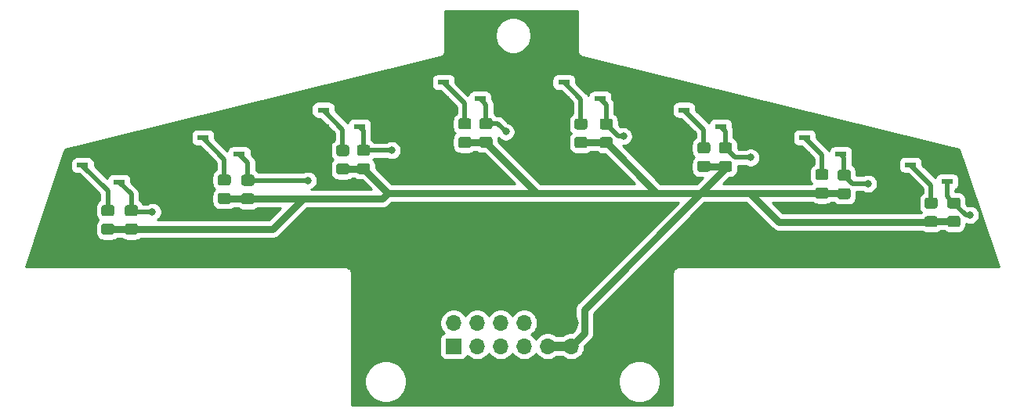
<source format=gbr>
%TF.GenerationSoftware,KiCad,Pcbnew,(5.1.9)-1*%
%TF.CreationDate,2021-05-13T01:41:10+02:00*%
%TF.ProjectId,CzujnikOdb,437a756a-6e69-46b4-9f64-622e6b696361,rev?*%
%TF.SameCoordinates,Original*%
%TF.FileFunction,Copper,L2,Bot*%
%TF.FilePolarity,Positive*%
%FSLAX46Y46*%
G04 Gerber Fmt 4.6, Leading zero omitted, Abs format (unit mm)*
G04 Created by KiCad (PCBNEW (5.1.9)-1) date 2021-05-13 01:41:10*
%MOMM*%
%LPD*%
G01*
G04 APERTURE LIST*
%TA.AperFunction,SMDPad,CuDef*%
%ADD10R,1.300000X0.600000*%
%TD*%
%TA.AperFunction,ComponentPad*%
%ADD11R,1.700000X1.700000*%
%TD*%
%TA.AperFunction,ComponentPad*%
%ADD12O,1.700000X1.700000*%
%TD*%
%TA.AperFunction,ViaPad*%
%ADD13C,0.800000*%
%TD*%
%TA.AperFunction,Conductor*%
%ADD14C,0.500000*%
%TD*%
%TA.AperFunction,Conductor*%
%ADD15C,1.000000*%
%TD*%
%TA.AperFunction,Conductor*%
%ADD16C,0.750000*%
%TD*%
%TA.AperFunction,Conductor*%
%ADD17C,0.254000*%
%TD*%
%TA.AperFunction,Conductor*%
%ADD18C,0.100000*%
%TD*%
G04 APERTURE END LIST*
D10*
%TO.P,U8,4*%
%TO.N,Out8*%
X170435000Y-108345000D03*
%TO.P,U8,3*%
%TO.N,GND*%
X166505000Y-108345000D03*
%TO.P,U8,2*%
X170435000Y-106545000D03*
%TO.P,U8,1*%
%TO.N,Net-(R14-Pad2)*%
X166505000Y-106545000D03*
%TD*%
%TO.P,U7,4*%
%TO.N,Out7*%
X158965000Y-105395000D03*
%TO.P,U7,3*%
%TO.N,GND*%
X155035000Y-105395000D03*
%TO.P,U7,2*%
X158965000Y-103595000D03*
%TO.P,U7,1*%
%TO.N,Net-(R13-Pad2)*%
X155035000Y-103595000D03*
%TD*%
%TO.P,U6,4*%
%TO.N,Out6*%
X145965000Y-102395000D03*
%TO.P,U6,3*%
%TO.N,GND*%
X142035000Y-102395000D03*
%TO.P,U6,2*%
X145965000Y-100595000D03*
%TO.P,U6,1*%
%TO.N,Net-(R10-Pad2)*%
X142035000Y-100595000D03*
%TD*%
%TO.P,U5,4*%
%TO.N,Out5*%
X132965000Y-99395000D03*
%TO.P,U5,3*%
%TO.N,GND*%
X129035000Y-99395000D03*
%TO.P,U5,2*%
X132965000Y-97595000D03*
%TO.P,U5,1*%
%TO.N,Net-(R9-Pad2)*%
X129035000Y-97595000D03*
%TD*%
%TO.P,U4,4*%
%TO.N,Out4*%
X119965000Y-99395000D03*
%TO.P,U4,3*%
%TO.N,GND*%
X116035000Y-99395000D03*
%TO.P,U4,2*%
X119965000Y-97595000D03*
%TO.P,U4,1*%
%TO.N,Net-(R6-Pad2)*%
X116035000Y-97595000D03*
%TD*%
%TO.P,U3,4*%
%TO.N,Out3*%
X106965000Y-102395000D03*
%TO.P,U3,3*%
%TO.N,GND*%
X103035000Y-102395000D03*
%TO.P,U3,2*%
X106965000Y-100595000D03*
%TO.P,U3,1*%
%TO.N,Net-(R5-Pad2)*%
X103035000Y-100595000D03*
%TD*%
%TO.P,U2,4*%
%TO.N,Out2*%
X93965000Y-105395000D03*
%TO.P,U2,3*%
%TO.N,GND*%
X90035000Y-105395000D03*
%TO.P,U2,2*%
X93965000Y-103595000D03*
%TO.P,U2,1*%
%TO.N,Net-(R2-Pad2)*%
X90035000Y-103595000D03*
%TD*%
%TO.P,U1,4*%
%TO.N,Out1*%
X80965000Y-108395000D03*
%TO.P,U1,3*%
%TO.N,GND*%
X77035000Y-108395000D03*
%TO.P,U1,2*%
X80965000Y-106595000D03*
%TO.P,U1,1*%
%TO.N,Net-(R1-Pad2)*%
X77035000Y-106595000D03*
%TD*%
D11*
%TO.P,J1,1*%
%TO.N,Out4*%
X117120000Y-126190000D03*
D12*
%TO.P,J1,2*%
%TO.N,Out5*%
X117120000Y-123650000D03*
%TO.P,J1,3*%
%TO.N,Out3*%
X119660000Y-126190000D03*
%TO.P,J1,4*%
%TO.N,Out6*%
X119660000Y-123650000D03*
%TO.P,J1,5*%
%TO.N,Out2*%
X122200000Y-126190000D03*
%TO.P,J1,6*%
%TO.N,Out7*%
X122200000Y-123650000D03*
%TO.P,J1,7*%
%TO.N,Out1*%
X124740000Y-126190000D03*
%TO.P,J1,8*%
%TO.N,Out8*%
X124740000Y-123650000D03*
%TO.P,J1,9*%
%TO.N,+3V3*%
X127280000Y-126190000D03*
%TO.P,J1,10*%
%TO.N,GND*%
X127280000Y-123650000D03*
%TO.P,J1,11*%
%TO.N,+3V3*%
X129820000Y-126190000D03*
%TO.P,J1,12*%
%TO.N,GND*%
X129820000Y-123650000D03*
%TD*%
%TO.P,R11,2*%
%TO.N,Out5*%
%TA.AperFunction,SMDPad,CuDef*%
G36*
G01*
X134070001Y-102740000D02*
X133169999Y-102740000D01*
G75*
G02*
X132920000Y-102490001I0J249999D01*
G01*
X132920000Y-101789999D01*
G75*
G02*
X133169999Y-101540000I249999J0D01*
G01*
X134070001Y-101540000D01*
G75*
G02*
X134320000Y-101789999I0J-249999D01*
G01*
X134320000Y-102490001D01*
G75*
G02*
X134070001Y-102740000I-249999J0D01*
G01*
G37*
%TD.AperFunction*%
%TO.P,R11,1*%
%TO.N,+3V3*%
%TA.AperFunction,SMDPad,CuDef*%
G36*
G01*
X134070001Y-104740000D02*
X133169999Y-104740000D01*
G75*
G02*
X132920000Y-104490001I0J249999D01*
G01*
X132920000Y-103789999D01*
G75*
G02*
X133169999Y-103540000I249999J0D01*
G01*
X134070001Y-103540000D01*
G75*
G02*
X134320000Y-103789999I0J-249999D01*
G01*
X134320000Y-104490001D01*
G75*
G02*
X134070001Y-104740000I-249999J0D01*
G01*
G37*
%TD.AperFunction*%
%TD*%
%TO.P,R9,1*%
%TO.N,+3V3*%
%TA.AperFunction,SMDPad,CuDef*%
G36*
G01*
X131330001Y-104730000D02*
X130429999Y-104730000D01*
G75*
G02*
X130180000Y-104480001I0J249999D01*
G01*
X130180000Y-103779999D01*
G75*
G02*
X130429999Y-103530000I249999J0D01*
G01*
X131330001Y-103530000D01*
G75*
G02*
X131580000Y-103779999I0J-249999D01*
G01*
X131580000Y-104480001D01*
G75*
G02*
X131330001Y-104730000I-249999J0D01*
G01*
G37*
%TD.AperFunction*%
%TO.P,R9,2*%
%TO.N,Net-(R9-Pad2)*%
%TA.AperFunction,SMDPad,CuDef*%
G36*
G01*
X131330001Y-102730000D02*
X130429999Y-102730000D01*
G75*
G02*
X130180000Y-102480001I0J249999D01*
G01*
X130180000Y-101779999D01*
G75*
G02*
X130429999Y-101530000I249999J0D01*
G01*
X131330001Y-101530000D01*
G75*
G02*
X131580000Y-101779999I0J-249999D01*
G01*
X131580000Y-102480001D01*
G75*
G02*
X131330001Y-102730000I-249999J0D01*
G01*
G37*
%TD.AperFunction*%
%TD*%
%TO.P,R8,2*%
%TO.N,Out4*%
%TA.AperFunction,SMDPad,CuDef*%
G36*
G01*
X121070001Y-102690000D02*
X120169999Y-102690000D01*
G75*
G02*
X119920000Y-102440001I0J249999D01*
G01*
X119920000Y-101739999D01*
G75*
G02*
X120169999Y-101490000I249999J0D01*
G01*
X121070001Y-101490000D01*
G75*
G02*
X121320000Y-101739999I0J-249999D01*
G01*
X121320000Y-102440001D01*
G75*
G02*
X121070001Y-102690000I-249999J0D01*
G01*
G37*
%TD.AperFunction*%
%TO.P,R8,1*%
%TO.N,+3V3*%
%TA.AperFunction,SMDPad,CuDef*%
G36*
G01*
X121070001Y-104690000D02*
X120169999Y-104690000D01*
G75*
G02*
X119920000Y-104440001I0J249999D01*
G01*
X119920000Y-103739999D01*
G75*
G02*
X120169999Y-103490000I249999J0D01*
G01*
X121070001Y-103490000D01*
G75*
G02*
X121320000Y-103739999I0J-249999D01*
G01*
X121320000Y-104440001D01*
G75*
G02*
X121070001Y-104690000I-249999J0D01*
G01*
G37*
%TD.AperFunction*%
%TD*%
%TO.P,R6,1*%
%TO.N,+3V3*%
%TA.AperFunction,SMDPad,CuDef*%
G36*
G01*
X118780001Y-104710000D02*
X117879999Y-104710000D01*
G75*
G02*
X117630000Y-104460001I0J249999D01*
G01*
X117630000Y-103759999D01*
G75*
G02*
X117879999Y-103510000I249999J0D01*
G01*
X118780001Y-103510000D01*
G75*
G02*
X119030000Y-103759999I0J-249999D01*
G01*
X119030000Y-104460001D01*
G75*
G02*
X118780001Y-104710000I-249999J0D01*
G01*
G37*
%TD.AperFunction*%
%TO.P,R6,2*%
%TO.N,Net-(R6-Pad2)*%
%TA.AperFunction,SMDPad,CuDef*%
G36*
G01*
X118780001Y-102710000D02*
X117879999Y-102710000D01*
G75*
G02*
X117630000Y-102460001I0J249999D01*
G01*
X117630000Y-101759999D01*
G75*
G02*
X117879999Y-101510000I249999J0D01*
G01*
X118780001Y-101510000D01*
G75*
G02*
X119030000Y-101759999I0J-249999D01*
G01*
X119030000Y-102460001D01*
G75*
G02*
X118780001Y-102710000I-249999J0D01*
G01*
G37*
%TD.AperFunction*%
%TD*%
%TO.P,R1,1*%
%TO.N,+3V3*%
%TA.AperFunction,SMDPad,CuDef*%
G36*
G01*
X80200001Y-114100000D02*
X79299999Y-114100000D01*
G75*
G02*
X79050000Y-113850001I0J249999D01*
G01*
X79050000Y-113149999D01*
G75*
G02*
X79299999Y-112900000I249999J0D01*
G01*
X80200001Y-112900000D01*
G75*
G02*
X80450000Y-113149999I0J-249999D01*
G01*
X80450000Y-113850001D01*
G75*
G02*
X80200001Y-114100000I-249999J0D01*
G01*
G37*
%TD.AperFunction*%
%TO.P,R1,2*%
%TO.N,Net-(R1-Pad2)*%
%TA.AperFunction,SMDPad,CuDef*%
G36*
G01*
X80200001Y-112100000D02*
X79299999Y-112100000D01*
G75*
G02*
X79050000Y-111850001I0J249999D01*
G01*
X79050000Y-111149999D01*
G75*
G02*
X79299999Y-110900000I249999J0D01*
G01*
X80200001Y-110900000D01*
G75*
G02*
X80450000Y-111149999I0J-249999D01*
G01*
X80450000Y-111850001D01*
G75*
G02*
X80200001Y-112100000I-249999J0D01*
G01*
G37*
%TD.AperFunction*%
%TD*%
%TO.P,R2,2*%
%TO.N,Net-(R2-Pad2)*%
%TA.AperFunction,SMDPad,CuDef*%
G36*
G01*
X92790001Y-108790000D02*
X91889999Y-108790000D01*
G75*
G02*
X91640000Y-108540001I0J249999D01*
G01*
X91640000Y-107839999D01*
G75*
G02*
X91889999Y-107590000I249999J0D01*
G01*
X92790001Y-107590000D01*
G75*
G02*
X93040000Y-107839999I0J-249999D01*
G01*
X93040000Y-108540001D01*
G75*
G02*
X92790001Y-108790000I-249999J0D01*
G01*
G37*
%TD.AperFunction*%
%TO.P,R2,1*%
%TO.N,+3V3*%
%TA.AperFunction,SMDPad,CuDef*%
G36*
G01*
X92790001Y-110790000D02*
X91889999Y-110790000D01*
G75*
G02*
X91640000Y-110540001I0J249999D01*
G01*
X91640000Y-109839999D01*
G75*
G02*
X91889999Y-109590000I249999J0D01*
G01*
X92790001Y-109590000D01*
G75*
G02*
X93040000Y-109839999I0J-249999D01*
G01*
X93040000Y-110540001D01*
G75*
G02*
X92790001Y-110790000I-249999J0D01*
G01*
G37*
%TD.AperFunction*%
%TD*%
%TO.P,R3,2*%
%TO.N,Out1*%
%TA.AperFunction,SMDPad,CuDef*%
G36*
G01*
X82750001Y-112100000D02*
X81849999Y-112100000D01*
G75*
G02*
X81600000Y-111850001I0J249999D01*
G01*
X81600000Y-111149999D01*
G75*
G02*
X81849999Y-110900000I249999J0D01*
G01*
X82750001Y-110900000D01*
G75*
G02*
X83000000Y-111149999I0J-249999D01*
G01*
X83000000Y-111850001D01*
G75*
G02*
X82750001Y-112100000I-249999J0D01*
G01*
G37*
%TD.AperFunction*%
%TO.P,R3,1*%
%TO.N,+3V3*%
%TA.AperFunction,SMDPad,CuDef*%
G36*
G01*
X82750001Y-114100000D02*
X81849999Y-114100000D01*
G75*
G02*
X81600000Y-113850001I0J249999D01*
G01*
X81600000Y-113149999D01*
G75*
G02*
X81849999Y-112900000I249999J0D01*
G01*
X82750001Y-112900000D01*
G75*
G02*
X83000000Y-113149999I0J-249999D01*
G01*
X83000000Y-113850001D01*
G75*
G02*
X82750001Y-114100000I-249999J0D01*
G01*
G37*
%TD.AperFunction*%
%TD*%
%TO.P,R4,1*%
%TO.N,+3V3*%
%TA.AperFunction,SMDPad,CuDef*%
G36*
G01*
X95330001Y-110820000D02*
X94429999Y-110820000D01*
G75*
G02*
X94180000Y-110570001I0J249999D01*
G01*
X94180000Y-109869999D01*
G75*
G02*
X94429999Y-109620000I249999J0D01*
G01*
X95330001Y-109620000D01*
G75*
G02*
X95580000Y-109869999I0J-249999D01*
G01*
X95580000Y-110570001D01*
G75*
G02*
X95330001Y-110820000I-249999J0D01*
G01*
G37*
%TD.AperFunction*%
%TO.P,R4,2*%
%TO.N,Out2*%
%TA.AperFunction,SMDPad,CuDef*%
G36*
G01*
X95330001Y-108820000D02*
X94429999Y-108820000D01*
G75*
G02*
X94180000Y-108570001I0J249999D01*
G01*
X94180000Y-107869999D01*
G75*
G02*
X94429999Y-107620000I249999J0D01*
G01*
X95330001Y-107620000D01*
G75*
G02*
X95580000Y-107869999I0J-249999D01*
G01*
X95580000Y-108570001D01*
G75*
G02*
X95330001Y-108820000I-249999J0D01*
G01*
G37*
%TD.AperFunction*%
%TD*%
%TO.P,R5,2*%
%TO.N,Net-(R5-Pad2)*%
%TA.AperFunction,SMDPad,CuDef*%
G36*
G01*
X105590001Y-105590000D02*
X104689999Y-105590000D01*
G75*
G02*
X104440000Y-105340001I0J249999D01*
G01*
X104440000Y-104639999D01*
G75*
G02*
X104689999Y-104390000I249999J0D01*
G01*
X105590001Y-104390000D01*
G75*
G02*
X105840000Y-104639999I0J-249999D01*
G01*
X105840000Y-105340001D01*
G75*
G02*
X105590001Y-105590000I-249999J0D01*
G01*
G37*
%TD.AperFunction*%
%TO.P,R5,1*%
%TO.N,+3V3*%
%TA.AperFunction,SMDPad,CuDef*%
G36*
G01*
X105590001Y-107590000D02*
X104689999Y-107590000D01*
G75*
G02*
X104440000Y-107340001I0J249999D01*
G01*
X104440000Y-106639999D01*
G75*
G02*
X104689999Y-106390000I249999J0D01*
G01*
X105590001Y-106390000D01*
G75*
G02*
X105840000Y-106639999I0J-249999D01*
G01*
X105840000Y-107340001D01*
G75*
G02*
X105590001Y-107590000I-249999J0D01*
G01*
G37*
%TD.AperFunction*%
%TD*%
%TO.P,R7,1*%
%TO.N,+3V3*%
%TA.AperFunction,SMDPad,CuDef*%
G36*
G01*
X107840001Y-107570000D02*
X106939999Y-107570000D01*
G75*
G02*
X106690000Y-107320001I0J249999D01*
G01*
X106690000Y-106619999D01*
G75*
G02*
X106939999Y-106370000I249999J0D01*
G01*
X107840001Y-106370000D01*
G75*
G02*
X108090000Y-106619999I0J-249999D01*
G01*
X108090000Y-107320001D01*
G75*
G02*
X107840001Y-107570000I-249999J0D01*
G01*
G37*
%TD.AperFunction*%
%TO.P,R7,2*%
%TO.N,Out3*%
%TA.AperFunction,SMDPad,CuDef*%
G36*
G01*
X107840001Y-105570000D02*
X106939999Y-105570000D01*
G75*
G02*
X106690000Y-105320001I0J249999D01*
G01*
X106690000Y-104619999D01*
G75*
G02*
X106939999Y-104370000I249999J0D01*
G01*
X107840001Y-104370000D01*
G75*
G02*
X108090000Y-104619999I0J-249999D01*
G01*
X108090000Y-105320001D01*
G75*
G02*
X107840001Y-105570000I-249999J0D01*
G01*
G37*
%TD.AperFunction*%
%TD*%
%TO.P,R10,2*%
%TO.N,Net-(R10-Pad2)*%
%TA.AperFunction,SMDPad,CuDef*%
G36*
G01*
X144610001Y-105310000D02*
X143709999Y-105310000D01*
G75*
G02*
X143460000Y-105060001I0J249999D01*
G01*
X143460000Y-104359999D01*
G75*
G02*
X143709999Y-104110000I249999J0D01*
G01*
X144610001Y-104110000D01*
G75*
G02*
X144860000Y-104359999I0J-249999D01*
G01*
X144860000Y-105060001D01*
G75*
G02*
X144610001Y-105310000I-249999J0D01*
G01*
G37*
%TD.AperFunction*%
%TO.P,R10,1*%
%TO.N,+3V3*%
%TA.AperFunction,SMDPad,CuDef*%
G36*
G01*
X144610001Y-107310000D02*
X143709999Y-107310000D01*
G75*
G02*
X143460000Y-107060001I0J249999D01*
G01*
X143460000Y-106359999D01*
G75*
G02*
X143709999Y-106110000I249999J0D01*
G01*
X144610001Y-106110000D01*
G75*
G02*
X144860000Y-106359999I0J-249999D01*
G01*
X144860000Y-107060001D01*
G75*
G02*
X144610001Y-107310000I-249999J0D01*
G01*
G37*
%TD.AperFunction*%
%TD*%
%TO.P,R12,1*%
%TO.N,+3V3*%
%TA.AperFunction,SMDPad,CuDef*%
G36*
G01*
X146950001Y-107310000D02*
X146049999Y-107310000D01*
G75*
G02*
X145800000Y-107060001I0J249999D01*
G01*
X145800000Y-106359999D01*
G75*
G02*
X146049999Y-106110000I249999J0D01*
G01*
X146950001Y-106110000D01*
G75*
G02*
X147200000Y-106359999I0J-249999D01*
G01*
X147200000Y-107060001D01*
G75*
G02*
X146950001Y-107310000I-249999J0D01*
G01*
G37*
%TD.AperFunction*%
%TO.P,R12,2*%
%TO.N,Out6*%
%TA.AperFunction,SMDPad,CuDef*%
G36*
G01*
X146950001Y-105310000D02*
X146049999Y-105310000D01*
G75*
G02*
X145800000Y-105060001I0J249999D01*
G01*
X145800000Y-104359999D01*
G75*
G02*
X146049999Y-104110000I249999J0D01*
G01*
X146950001Y-104110000D01*
G75*
G02*
X147200000Y-104359999I0J-249999D01*
G01*
X147200000Y-105060001D01*
G75*
G02*
X146950001Y-105310000I-249999J0D01*
G01*
G37*
%TD.AperFunction*%
%TD*%
%TO.P,R13,1*%
%TO.N,+3V3*%
%TA.AperFunction,SMDPad,CuDef*%
G36*
G01*
X157370001Y-110210000D02*
X156469999Y-110210000D01*
G75*
G02*
X156220000Y-109960001I0J249999D01*
G01*
X156220000Y-109259999D01*
G75*
G02*
X156469999Y-109010000I249999J0D01*
G01*
X157370001Y-109010000D01*
G75*
G02*
X157620000Y-109259999I0J-249999D01*
G01*
X157620000Y-109960001D01*
G75*
G02*
X157370001Y-110210000I-249999J0D01*
G01*
G37*
%TD.AperFunction*%
%TO.P,R13,2*%
%TO.N,Net-(R13-Pad2)*%
%TA.AperFunction,SMDPad,CuDef*%
G36*
G01*
X157370001Y-108210000D02*
X156469999Y-108210000D01*
G75*
G02*
X156220000Y-107960001I0J249999D01*
G01*
X156220000Y-107259999D01*
G75*
G02*
X156469999Y-107010000I249999J0D01*
G01*
X157370001Y-107010000D01*
G75*
G02*
X157620000Y-107259999I0J-249999D01*
G01*
X157620000Y-107960001D01*
G75*
G02*
X157370001Y-108210000I-249999J0D01*
G01*
G37*
%TD.AperFunction*%
%TD*%
%TO.P,R14,2*%
%TO.N,Net-(R14-Pad2)*%
%TA.AperFunction,SMDPad,CuDef*%
G36*
G01*
X169170001Y-111290000D02*
X168269999Y-111290000D01*
G75*
G02*
X168020000Y-111040001I0J249999D01*
G01*
X168020000Y-110339999D01*
G75*
G02*
X168269999Y-110090000I249999J0D01*
G01*
X169170001Y-110090000D01*
G75*
G02*
X169420000Y-110339999I0J-249999D01*
G01*
X169420000Y-111040001D01*
G75*
G02*
X169170001Y-111290000I-249999J0D01*
G01*
G37*
%TD.AperFunction*%
%TO.P,R14,1*%
%TO.N,+3V3*%
%TA.AperFunction,SMDPad,CuDef*%
G36*
G01*
X169170001Y-113290000D02*
X168269999Y-113290000D01*
G75*
G02*
X168020000Y-113040001I0J249999D01*
G01*
X168020000Y-112339999D01*
G75*
G02*
X168269999Y-112090000I249999J0D01*
G01*
X169170001Y-112090000D01*
G75*
G02*
X169420000Y-112339999I0J-249999D01*
G01*
X169420000Y-113040001D01*
G75*
G02*
X169170001Y-113290000I-249999J0D01*
G01*
G37*
%TD.AperFunction*%
%TD*%
%TO.P,R15,2*%
%TO.N,Out7*%
%TA.AperFunction,SMDPad,CuDef*%
G36*
G01*
X159780001Y-108270000D02*
X158879999Y-108270000D01*
G75*
G02*
X158630000Y-108020001I0J249999D01*
G01*
X158630000Y-107319999D01*
G75*
G02*
X158879999Y-107070000I249999J0D01*
G01*
X159780001Y-107070000D01*
G75*
G02*
X160030000Y-107319999I0J-249999D01*
G01*
X160030000Y-108020001D01*
G75*
G02*
X159780001Y-108270000I-249999J0D01*
G01*
G37*
%TD.AperFunction*%
%TO.P,R15,1*%
%TO.N,+3V3*%
%TA.AperFunction,SMDPad,CuDef*%
G36*
G01*
X159780001Y-110270000D02*
X158879999Y-110270000D01*
G75*
G02*
X158630000Y-110020001I0J249999D01*
G01*
X158630000Y-109319999D01*
G75*
G02*
X158879999Y-109070000I249999J0D01*
G01*
X159780001Y-109070000D01*
G75*
G02*
X160030000Y-109319999I0J-249999D01*
G01*
X160030000Y-110020001D01*
G75*
G02*
X159780001Y-110270000I-249999J0D01*
G01*
G37*
%TD.AperFunction*%
%TD*%
%TO.P,R16,1*%
%TO.N,+3V3*%
%TA.AperFunction,SMDPad,CuDef*%
G36*
G01*
X171630001Y-113280000D02*
X170729999Y-113280000D01*
G75*
G02*
X170480000Y-113030001I0J249999D01*
G01*
X170480000Y-112329999D01*
G75*
G02*
X170729999Y-112080000I249999J0D01*
G01*
X171630001Y-112080000D01*
G75*
G02*
X171880000Y-112329999I0J-249999D01*
G01*
X171880000Y-113030001D01*
G75*
G02*
X171630001Y-113280000I-249999J0D01*
G01*
G37*
%TD.AperFunction*%
%TO.P,R16,2*%
%TO.N,Out8*%
%TA.AperFunction,SMDPad,CuDef*%
G36*
G01*
X171630001Y-111280000D02*
X170729999Y-111280000D01*
G75*
G02*
X170480000Y-111030001I0J249999D01*
G01*
X170480000Y-110329999D01*
G75*
G02*
X170729999Y-110080000I249999J0D01*
G01*
X171630001Y-110080000D01*
G75*
G02*
X171880000Y-110329999I0J-249999D01*
G01*
X171880000Y-111030001D01*
G75*
G02*
X171630001Y-111280000I-249999J0D01*
G01*
G37*
%TD.AperFunction*%
%TD*%
D13*
%TO.N,Out1*%
X84560000Y-111640000D03*
%TO.N,Out2*%
X101370000Y-108240000D03*
%TO.N,Out3*%
X110420000Y-104970000D03*
%TO.N,Out4*%
X122760000Y-102960000D03*
%TO.N,Out5*%
X135470000Y-103440000D03*
%TO.N,Out6*%
X149220000Y-105750000D03*
%TO.N,Out7*%
X161900000Y-108590000D03*
%TO.N,Out8*%
X172910000Y-111970000D03*
%TD*%
D14*
%TO.N,Out1*%
X82300000Y-109730000D02*
X80965000Y-108395000D01*
X82300000Y-111500000D02*
X82300000Y-109730000D01*
X82440000Y-111640000D02*
X82300000Y-111500000D01*
X84560000Y-111640000D02*
X82440000Y-111640000D01*
%TO.N,Out2*%
X94880000Y-106310000D02*
X93965000Y-105395000D01*
X94880000Y-108220000D02*
X94880000Y-106310000D01*
X94900000Y-108240000D02*
X94880000Y-108220000D01*
X101370000Y-108240000D02*
X94900000Y-108240000D01*
%TO.N,Out3*%
X107390000Y-102820000D02*
X106965000Y-102395000D01*
X107390000Y-104970000D02*
X107390000Y-102820000D01*
X110420000Y-104970000D02*
X107390000Y-104970000D01*
%TO.N,Out4*%
X120620000Y-100050000D02*
X119965000Y-99395000D01*
X120620000Y-102090000D02*
X120620000Y-100050000D01*
X121890000Y-102090000D02*
X122760000Y-102960000D01*
X120620000Y-102090000D02*
X121890000Y-102090000D01*
%TO.N,Out5*%
X133620000Y-100050000D02*
X132965000Y-99395000D01*
X133620000Y-102140000D02*
X133620000Y-100050000D01*
X134920000Y-103440000D02*
X133620000Y-102140000D01*
X135470000Y-103440000D02*
X134920000Y-103440000D01*
%TO.N,Out6*%
X146500000Y-102930000D02*
X145965000Y-102395000D01*
X146500000Y-104710000D02*
X146500000Y-102930000D01*
X147540000Y-105750000D02*
X146500000Y-104710000D01*
X149220000Y-105750000D02*
X147540000Y-105750000D01*
%TO.N,Out7*%
X159330000Y-105760000D02*
X158965000Y-105395000D01*
X159330000Y-107670000D02*
X159330000Y-105760000D01*
X160250000Y-108590000D02*
X159330000Y-107670000D01*
X161900000Y-108590000D02*
X160250000Y-108590000D01*
%TO.N,Out8*%
X170435000Y-109935000D02*
X171180000Y-110680000D01*
X170435000Y-108345000D02*
X170435000Y-109935000D01*
X172470000Y-111970000D02*
X171180000Y-110680000D01*
X172910000Y-111970000D02*
X172470000Y-111970000D01*
D15*
%TO.N,+3V3*%
X127280000Y-126190000D02*
X129820000Y-126190000D01*
D16*
X159270000Y-109610000D02*
X159330000Y-109670000D01*
X156920000Y-109610000D02*
X159270000Y-109610000D01*
X144160000Y-106710000D02*
X146500000Y-106710000D01*
X130890000Y-104140000D02*
X130880000Y-104130000D01*
X133620000Y-104140000D02*
X130890000Y-104140000D01*
X120600000Y-104110000D02*
X120620000Y-104090000D01*
X118330000Y-104110000D02*
X120600000Y-104110000D01*
X107370000Y-106990000D02*
X107390000Y-106970000D01*
X105140000Y-106990000D02*
X107370000Y-106990000D01*
X94850000Y-110190000D02*
X94880000Y-110220000D01*
X92340000Y-110190000D02*
X94850000Y-110190000D01*
X79750000Y-113500000D02*
X82300000Y-113500000D01*
X143830000Y-109610000D02*
X149160000Y-109610000D01*
X152290000Y-112740000D02*
X149160000Y-109610000D01*
X146500000Y-106710000D02*
X146500000Y-106940000D01*
X146500000Y-106940000D02*
X143830000Y-109610000D01*
X149160000Y-109610000D02*
X156920000Y-109610000D01*
X131245001Y-122194999D02*
X143830000Y-109610000D01*
X129820000Y-126190000D02*
X131245001Y-124764999D01*
X131245001Y-124764999D02*
X131245001Y-122194999D01*
X139090000Y-109610000D02*
X133620000Y-104140000D01*
X143830000Y-109610000D02*
X139090000Y-109610000D01*
X126140000Y-109610000D02*
X120620000Y-104090000D01*
X139090000Y-109610000D02*
X126140000Y-109610000D01*
X126140000Y-109610000D02*
X110030000Y-109610000D01*
X110030000Y-109610000D02*
X107390000Y-106970000D01*
X109420000Y-110220000D02*
X110030000Y-109610000D01*
X94880000Y-110220000D02*
X100870000Y-110220000D01*
X100870000Y-110220000D02*
X109420000Y-110220000D01*
X82300000Y-113500000D02*
X97590000Y-113500000D01*
X97590000Y-113500000D02*
X100870000Y-110220000D01*
X168670000Y-112740000D02*
X168720000Y-112690000D01*
X152290000Y-112740000D02*
X168670000Y-112740000D01*
X171170000Y-112690000D02*
X171180000Y-112680000D01*
X168720000Y-112690000D02*
X171170000Y-112690000D01*
D14*
%TO.N,GND*%
X145539998Y-100700000D02*
X145800000Y-100700000D01*
D15*
X127280000Y-123650000D02*
X129820000Y-123650000D01*
D14*
%TO.N,Net-(R1-Pad2)*%
X77339998Y-106700000D02*
X77200000Y-106700000D01*
X77035000Y-106634998D02*
X77035000Y-106595000D01*
X79750000Y-109349998D02*
X77035000Y-106634998D01*
X79750000Y-111500000D02*
X79750000Y-109349998D01*
%TO.N,Net-(R2-Pad2)*%
X90035000Y-103634998D02*
X90035000Y-103595000D01*
X92340000Y-105939998D02*
X90035000Y-103634998D01*
X92340000Y-108190000D02*
X92340000Y-105939998D01*
%TO.N,Net-(R5-Pad2)*%
X103035000Y-100634998D02*
X103035000Y-100595000D01*
X105140000Y-102739998D02*
X103035000Y-100634998D01*
X105140000Y-104990000D02*
X105140000Y-102739998D01*
%TO.N,Net-(R6-Pad2)*%
X118330000Y-99890000D02*
X118330000Y-102110000D01*
X116035000Y-97595000D02*
X118330000Y-99890000D01*
%TO.N,Net-(R9-Pad2)*%
X130880000Y-99440000D02*
X129035000Y-97595000D01*
X130880000Y-102130000D02*
X130880000Y-99440000D01*
%TO.N,Net-(R10-Pad2)*%
X144160000Y-102720000D02*
X142035000Y-100595000D01*
X144160000Y-104710000D02*
X144160000Y-102720000D01*
%TO.N,Net-(R13-Pad2)*%
X156920000Y-105480000D02*
X155035000Y-103595000D01*
X156920000Y-107610000D02*
X156920000Y-105480000D01*
%TO.N,Net-(R14-Pad2)*%
X168720000Y-108760000D02*
X166505000Y-106545000D01*
X168720000Y-110690000D02*
X168720000Y-108760000D01*
%TD*%
D17*
%TO.N,GND*%
X130510000Y-94162594D02*
X130507486Y-94180002D01*
X130510000Y-94227455D01*
X130510000Y-94242418D01*
X130511716Y-94259837D01*
X130514364Y-94309827D01*
X130518075Y-94324404D01*
X130519550Y-94339382D01*
X130534087Y-94387302D01*
X130546437Y-94435817D01*
X130552922Y-94449394D01*
X130557290Y-94463792D01*
X130580896Y-94507956D01*
X130602474Y-94553129D01*
X130611481Y-94565176D01*
X130618575Y-94578449D01*
X130650342Y-94617158D01*
X130680320Y-94657256D01*
X130691507Y-94667317D01*
X130701052Y-94678948D01*
X130739763Y-94710718D01*
X130776984Y-94744193D01*
X130789915Y-94751876D01*
X130801550Y-94761425D01*
X130845717Y-94785033D01*
X130888752Y-94810603D01*
X130902937Y-94815617D01*
X130916207Y-94822710D01*
X130964134Y-94837249D01*
X130980614Y-94843074D01*
X130995121Y-94846649D01*
X131040617Y-94860450D01*
X131058130Y-94862175D01*
X171769799Y-104894022D01*
X176032215Y-117590000D01*
X141482419Y-117590000D01*
X141450000Y-117586807D01*
X141417581Y-117590000D01*
X141320617Y-117599550D01*
X141196207Y-117637290D01*
X141081550Y-117698575D01*
X140981052Y-117781052D01*
X140898575Y-117881550D01*
X140837290Y-117996207D01*
X140799550Y-118120617D01*
X140786807Y-118250000D01*
X140790000Y-118282419D01*
X140790001Y-132540000D01*
X106110000Y-132540000D01*
X106110000Y-129774561D01*
X107511075Y-129774561D01*
X107511075Y-130225439D01*
X107599037Y-130667655D01*
X107771581Y-131084212D01*
X108022076Y-131459105D01*
X108340895Y-131777924D01*
X108715788Y-132028419D01*
X109132345Y-132200963D01*
X109574561Y-132288925D01*
X110025439Y-132288925D01*
X110467655Y-132200963D01*
X110884212Y-132028419D01*
X111259105Y-131777924D01*
X111577924Y-131459105D01*
X111828419Y-131084212D01*
X112000963Y-130667655D01*
X112088925Y-130225439D01*
X112088925Y-129774561D01*
X134911075Y-129774561D01*
X134911075Y-130225439D01*
X134999037Y-130667655D01*
X135171581Y-131084212D01*
X135422076Y-131459105D01*
X135740895Y-131777924D01*
X136115788Y-132028419D01*
X136532345Y-132200963D01*
X136974561Y-132288925D01*
X137425439Y-132288925D01*
X137867655Y-132200963D01*
X138284212Y-132028419D01*
X138659105Y-131777924D01*
X138977924Y-131459105D01*
X139228419Y-131084212D01*
X139400963Y-130667655D01*
X139488925Y-130225439D01*
X139488925Y-129774561D01*
X139400963Y-129332345D01*
X139228419Y-128915788D01*
X138977924Y-128540895D01*
X138659105Y-128222076D01*
X138284212Y-127971581D01*
X137867655Y-127799037D01*
X137425439Y-127711075D01*
X136974561Y-127711075D01*
X136532345Y-127799037D01*
X136115788Y-127971581D01*
X135740895Y-128222076D01*
X135422076Y-128540895D01*
X135171581Y-128915788D01*
X134999037Y-129332345D01*
X134911075Y-129774561D01*
X112088925Y-129774561D01*
X112000963Y-129332345D01*
X111828419Y-128915788D01*
X111577924Y-128540895D01*
X111259105Y-128222076D01*
X110884212Y-127971581D01*
X110467655Y-127799037D01*
X110025439Y-127711075D01*
X109574561Y-127711075D01*
X109132345Y-127799037D01*
X108715788Y-127971581D01*
X108340895Y-128222076D01*
X108022076Y-128540895D01*
X107771581Y-128915788D01*
X107599037Y-129332345D01*
X107511075Y-129774561D01*
X106110000Y-129774561D01*
X106110000Y-118282419D01*
X106113193Y-118250000D01*
X106100450Y-118120617D01*
X106062710Y-117996207D01*
X106001425Y-117881550D01*
X105918948Y-117781052D01*
X105818450Y-117698575D01*
X105703793Y-117637290D01*
X105579383Y-117599550D01*
X105482419Y-117590000D01*
X105450000Y-117586807D01*
X105417581Y-117590000D01*
X70867784Y-117590000D01*
X74659850Y-106295000D01*
X75746928Y-106295000D01*
X75746928Y-106895000D01*
X75759188Y-107019482D01*
X75795498Y-107139180D01*
X75854463Y-107249494D01*
X75933815Y-107346185D01*
X76030506Y-107425537D01*
X76140820Y-107484502D01*
X76260518Y-107520812D01*
X76385000Y-107533072D01*
X76681496Y-107533072D01*
X78865001Y-109716578D01*
X78865001Y-110380386D01*
X78806613Y-110411595D01*
X78672038Y-110522038D01*
X78561595Y-110656613D01*
X78479528Y-110810149D01*
X78428992Y-110976745D01*
X78411928Y-111149999D01*
X78411928Y-111850001D01*
X78428992Y-112023255D01*
X78479528Y-112189851D01*
X78561595Y-112343387D01*
X78672038Y-112477962D01*
X78698891Y-112500000D01*
X78672038Y-112522038D01*
X78561595Y-112656613D01*
X78479528Y-112810149D01*
X78428992Y-112976745D01*
X78411928Y-113149999D01*
X78411928Y-113850001D01*
X78428992Y-114023255D01*
X78479528Y-114189851D01*
X78561595Y-114343387D01*
X78672038Y-114477962D01*
X78806613Y-114588405D01*
X78960149Y-114670472D01*
X79126745Y-114721008D01*
X79299999Y-114738072D01*
X80200001Y-114738072D01*
X80373255Y-114721008D01*
X80539851Y-114670472D01*
X80693387Y-114588405D01*
X80788924Y-114510000D01*
X81261076Y-114510000D01*
X81356613Y-114588405D01*
X81510149Y-114670472D01*
X81676745Y-114721008D01*
X81849999Y-114738072D01*
X82750001Y-114738072D01*
X82923255Y-114721008D01*
X83089851Y-114670472D01*
X83243387Y-114588405D01*
X83338924Y-114510000D01*
X97540392Y-114510000D01*
X97590000Y-114514886D01*
X97787994Y-114495385D01*
X97845430Y-114477962D01*
X97978380Y-114437632D01*
X98153840Y-114343847D01*
X98307633Y-114217633D01*
X98339261Y-114179094D01*
X101288356Y-111230000D01*
X109370392Y-111230000D01*
X109420000Y-111234886D01*
X109617994Y-111215385D01*
X109657981Y-111203255D01*
X109808380Y-111157632D01*
X109983840Y-111063847D01*
X110137633Y-110937633D01*
X110169261Y-110899094D01*
X110448354Y-110620000D01*
X126090392Y-110620000D01*
X126140000Y-110624886D01*
X126189608Y-110620000D01*
X139040394Y-110620000D01*
X139089999Y-110624886D01*
X139139604Y-110620000D01*
X141391645Y-110620000D01*
X130565902Y-121445743D01*
X130527369Y-121477366D01*
X130495746Y-121515899D01*
X130495745Y-121515900D01*
X130401155Y-121631159D01*
X130307369Y-121806620D01*
X130249616Y-121997005D01*
X130230115Y-122194999D01*
X130235002Y-122244616D01*
X130235001Y-124346643D01*
X129876644Y-124705000D01*
X129673740Y-124705000D01*
X129386842Y-124762068D01*
X129116589Y-124874010D01*
X128873368Y-125036525D01*
X128854893Y-125055000D01*
X128245107Y-125055000D01*
X128226632Y-125036525D01*
X127983411Y-124874010D01*
X127713158Y-124762068D01*
X127426260Y-124705000D01*
X127133740Y-124705000D01*
X126846842Y-124762068D01*
X126576589Y-124874010D01*
X126333368Y-125036525D01*
X126126525Y-125243368D01*
X126010000Y-125417760D01*
X125893475Y-125243368D01*
X125686632Y-125036525D01*
X125512240Y-124920000D01*
X125686632Y-124803475D01*
X125893475Y-124596632D01*
X126055990Y-124353411D01*
X126167932Y-124083158D01*
X126225000Y-123796260D01*
X126225000Y-123503740D01*
X126167932Y-123216842D01*
X126055990Y-122946589D01*
X125893475Y-122703368D01*
X125686632Y-122496525D01*
X125443411Y-122334010D01*
X125173158Y-122222068D01*
X124886260Y-122165000D01*
X124593740Y-122165000D01*
X124306842Y-122222068D01*
X124036589Y-122334010D01*
X123793368Y-122496525D01*
X123586525Y-122703368D01*
X123470000Y-122877760D01*
X123353475Y-122703368D01*
X123146632Y-122496525D01*
X122903411Y-122334010D01*
X122633158Y-122222068D01*
X122346260Y-122165000D01*
X122053740Y-122165000D01*
X121766842Y-122222068D01*
X121496589Y-122334010D01*
X121253368Y-122496525D01*
X121046525Y-122703368D01*
X120930000Y-122877760D01*
X120813475Y-122703368D01*
X120606632Y-122496525D01*
X120363411Y-122334010D01*
X120093158Y-122222068D01*
X119806260Y-122165000D01*
X119513740Y-122165000D01*
X119226842Y-122222068D01*
X118956589Y-122334010D01*
X118713368Y-122496525D01*
X118506525Y-122703368D01*
X118390000Y-122877760D01*
X118273475Y-122703368D01*
X118066632Y-122496525D01*
X117823411Y-122334010D01*
X117553158Y-122222068D01*
X117266260Y-122165000D01*
X116973740Y-122165000D01*
X116686842Y-122222068D01*
X116416589Y-122334010D01*
X116173368Y-122496525D01*
X115966525Y-122703368D01*
X115804010Y-122946589D01*
X115692068Y-123216842D01*
X115635000Y-123503740D01*
X115635000Y-123796260D01*
X115692068Y-124083158D01*
X115804010Y-124353411D01*
X115966525Y-124596632D01*
X116098380Y-124728487D01*
X116025820Y-124750498D01*
X115915506Y-124809463D01*
X115818815Y-124888815D01*
X115739463Y-124985506D01*
X115680498Y-125095820D01*
X115644188Y-125215518D01*
X115631928Y-125340000D01*
X115631928Y-127040000D01*
X115644188Y-127164482D01*
X115680498Y-127284180D01*
X115739463Y-127394494D01*
X115818815Y-127491185D01*
X115915506Y-127570537D01*
X116025820Y-127629502D01*
X116145518Y-127665812D01*
X116270000Y-127678072D01*
X117970000Y-127678072D01*
X118094482Y-127665812D01*
X118214180Y-127629502D01*
X118324494Y-127570537D01*
X118421185Y-127491185D01*
X118500537Y-127394494D01*
X118559502Y-127284180D01*
X118581513Y-127211620D01*
X118713368Y-127343475D01*
X118956589Y-127505990D01*
X119226842Y-127617932D01*
X119513740Y-127675000D01*
X119806260Y-127675000D01*
X120093158Y-127617932D01*
X120363411Y-127505990D01*
X120606632Y-127343475D01*
X120813475Y-127136632D01*
X120930000Y-126962240D01*
X121046525Y-127136632D01*
X121253368Y-127343475D01*
X121496589Y-127505990D01*
X121766842Y-127617932D01*
X122053740Y-127675000D01*
X122346260Y-127675000D01*
X122633158Y-127617932D01*
X122903411Y-127505990D01*
X123146632Y-127343475D01*
X123353475Y-127136632D01*
X123470000Y-126962240D01*
X123586525Y-127136632D01*
X123793368Y-127343475D01*
X124036589Y-127505990D01*
X124306842Y-127617932D01*
X124593740Y-127675000D01*
X124886260Y-127675000D01*
X125173158Y-127617932D01*
X125443411Y-127505990D01*
X125686632Y-127343475D01*
X125893475Y-127136632D01*
X126010000Y-126962240D01*
X126126525Y-127136632D01*
X126333368Y-127343475D01*
X126576589Y-127505990D01*
X126846842Y-127617932D01*
X127133740Y-127675000D01*
X127426260Y-127675000D01*
X127713158Y-127617932D01*
X127983411Y-127505990D01*
X128226632Y-127343475D01*
X128245107Y-127325000D01*
X128854893Y-127325000D01*
X128873368Y-127343475D01*
X129116589Y-127505990D01*
X129386842Y-127617932D01*
X129673740Y-127675000D01*
X129966260Y-127675000D01*
X130253158Y-127617932D01*
X130523411Y-127505990D01*
X130766632Y-127343475D01*
X130973475Y-127136632D01*
X131135990Y-126893411D01*
X131247932Y-126623158D01*
X131305000Y-126336260D01*
X131305000Y-126133356D01*
X131924100Y-125514256D01*
X131962634Y-125482632D01*
X132088848Y-125328839D01*
X132182633Y-125153379D01*
X132240386Y-124962993D01*
X132255001Y-124814607D01*
X132255001Y-124814606D01*
X132259887Y-124764999D01*
X132255001Y-124715391D01*
X132255001Y-122613354D01*
X144248355Y-110620000D01*
X148741645Y-110620000D01*
X151540744Y-113419100D01*
X151572367Y-113457633D01*
X151726160Y-113583847D01*
X151901620Y-113677632D01*
X152092006Y-113735385D01*
X152240392Y-113750000D01*
X152240394Y-113750000D01*
X152289999Y-113754886D01*
X152339604Y-113750000D01*
X167742001Y-113750000D01*
X167776613Y-113778405D01*
X167930149Y-113860472D01*
X168096745Y-113911008D01*
X168269999Y-113928072D01*
X169170001Y-113928072D01*
X169343255Y-113911008D01*
X169509851Y-113860472D01*
X169663387Y-113778405D01*
X169758924Y-113700000D01*
X170153261Y-113700000D01*
X170236613Y-113768405D01*
X170390149Y-113850472D01*
X170556745Y-113901008D01*
X170729999Y-113918072D01*
X171630001Y-113918072D01*
X171803255Y-113901008D01*
X171969851Y-113850472D01*
X172123387Y-113768405D01*
X172257962Y-113657962D01*
X172368405Y-113523387D01*
X172450472Y-113369851D01*
X172501008Y-113203255D01*
X172518072Y-113030001D01*
X172518072Y-112927934D01*
X172608102Y-112965226D01*
X172808061Y-113005000D01*
X173011939Y-113005000D01*
X173211898Y-112965226D01*
X173400256Y-112887205D01*
X173569774Y-112773937D01*
X173713937Y-112629774D01*
X173827205Y-112460256D01*
X173905226Y-112271898D01*
X173945000Y-112071939D01*
X173945000Y-111868061D01*
X173905226Y-111668102D01*
X173827205Y-111479744D01*
X173713937Y-111310226D01*
X173569774Y-111166063D01*
X173400256Y-111052795D01*
X173211898Y-110974774D01*
X173011939Y-110935000D01*
X172808061Y-110935000D01*
X172706734Y-110955155D01*
X172518072Y-110766493D01*
X172518072Y-110329999D01*
X172501008Y-110156745D01*
X172450472Y-109990149D01*
X172368405Y-109836613D01*
X172257962Y-109702038D01*
X172123387Y-109591595D01*
X171969851Y-109509528D01*
X171803255Y-109458992D01*
X171630001Y-109441928D01*
X171320000Y-109441928D01*
X171320000Y-109237287D01*
X171329180Y-109234502D01*
X171439494Y-109175537D01*
X171536185Y-109096185D01*
X171615537Y-108999494D01*
X171674502Y-108889180D01*
X171710812Y-108769482D01*
X171723072Y-108645000D01*
X171723072Y-108045000D01*
X171710812Y-107920518D01*
X171674502Y-107800820D01*
X171615537Y-107690506D01*
X171536185Y-107593815D01*
X171439494Y-107514463D01*
X171329180Y-107455498D01*
X171209482Y-107419188D01*
X171085000Y-107406928D01*
X169785000Y-107406928D01*
X169660518Y-107419188D01*
X169540820Y-107455498D01*
X169430506Y-107514463D01*
X169333815Y-107593815D01*
X169254463Y-107690506D01*
X169195498Y-107800820D01*
X169159188Y-107920518D01*
X169156759Y-107945180D01*
X167793072Y-106581494D01*
X167793072Y-106245000D01*
X167780812Y-106120518D01*
X167744502Y-106000820D01*
X167685537Y-105890506D01*
X167606185Y-105793815D01*
X167509494Y-105714463D01*
X167399180Y-105655498D01*
X167279482Y-105619188D01*
X167155000Y-105606928D01*
X165855000Y-105606928D01*
X165730518Y-105619188D01*
X165610820Y-105655498D01*
X165500506Y-105714463D01*
X165403815Y-105793815D01*
X165324463Y-105890506D01*
X165265498Y-106000820D01*
X165229188Y-106120518D01*
X165216928Y-106245000D01*
X165216928Y-106845000D01*
X165229188Y-106969482D01*
X165265498Y-107089180D01*
X165324463Y-107199494D01*
X165403815Y-107296185D01*
X165500506Y-107375537D01*
X165610820Y-107434502D01*
X165730518Y-107470812D01*
X165855000Y-107483072D01*
X166191494Y-107483072D01*
X167835001Y-109126580D01*
X167835001Y-109570386D01*
X167776613Y-109601595D01*
X167642038Y-109712038D01*
X167531595Y-109846613D01*
X167449528Y-110000149D01*
X167398992Y-110166745D01*
X167381928Y-110339999D01*
X167381928Y-111040001D01*
X167398992Y-111213255D01*
X167449528Y-111379851D01*
X167531595Y-111533387D01*
X167642038Y-111667962D01*
X167668891Y-111690000D01*
X167642038Y-111712038D01*
X167627297Y-111730000D01*
X152708356Y-111730000D01*
X151598356Y-110620000D01*
X155881076Y-110620000D01*
X155976613Y-110698405D01*
X156130149Y-110780472D01*
X156296745Y-110831008D01*
X156469999Y-110848072D01*
X157370001Y-110848072D01*
X157543255Y-110831008D01*
X157709851Y-110780472D01*
X157863387Y-110698405D01*
X157958924Y-110620000D01*
X158229090Y-110620000D01*
X158252038Y-110647962D01*
X158386613Y-110758405D01*
X158540149Y-110840472D01*
X158706745Y-110891008D01*
X158879999Y-110908072D01*
X159780001Y-110908072D01*
X159953255Y-110891008D01*
X160119851Y-110840472D01*
X160273387Y-110758405D01*
X160407962Y-110647962D01*
X160518405Y-110513387D01*
X160600472Y-110359851D01*
X160651008Y-110193255D01*
X160668072Y-110020001D01*
X160668072Y-109475000D01*
X161361546Y-109475000D01*
X161409744Y-109507205D01*
X161598102Y-109585226D01*
X161798061Y-109625000D01*
X162001939Y-109625000D01*
X162201898Y-109585226D01*
X162390256Y-109507205D01*
X162559774Y-109393937D01*
X162703937Y-109249774D01*
X162817205Y-109080256D01*
X162895226Y-108891898D01*
X162935000Y-108691939D01*
X162935000Y-108488061D01*
X162895226Y-108288102D01*
X162817205Y-108099744D01*
X162703937Y-107930226D01*
X162559774Y-107786063D01*
X162390256Y-107672795D01*
X162201898Y-107594774D01*
X162001939Y-107555000D01*
X161798061Y-107555000D01*
X161598102Y-107594774D01*
X161409744Y-107672795D01*
X161361546Y-107705000D01*
X160668072Y-107705000D01*
X160668072Y-107319999D01*
X160651008Y-107146745D01*
X160600472Y-106980149D01*
X160518405Y-106826613D01*
X160407962Y-106692038D01*
X160273387Y-106581595D01*
X160215000Y-106550386D01*
X160215000Y-105904573D01*
X160240812Y-105819482D01*
X160253072Y-105695000D01*
X160253072Y-105095000D01*
X160240812Y-104970518D01*
X160204502Y-104850820D01*
X160145537Y-104740506D01*
X160066185Y-104643815D01*
X159969494Y-104564463D01*
X159859180Y-104505498D01*
X159739482Y-104469188D01*
X159615000Y-104456928D01*
X158315000Y-104456928D01*
X158190518Y-104469188D01*
X158070820Y-104505498D01*
X157960506Y-104564463D01*
X157863815Y-104643815D01*
X157784463Y-104740506D01*
X157725498Y-104850820D01*
X157689188Y-104970518D01*
X157683272Y-105030583D01*
X157659411Y-104985941D01*
X157576532Y-104884953D01*
X157576530Y-104884951D01*
X157548817Y-104851183D01*
X157515049Y-104823470D01*
X156323072Y-103631494D01*
X156323072Y-103295000D01*
X156310812Y-103170518D01*
X156274502Y-103050820D01*
X156215537Y-102940506D01*
X156136185Y-102843815D01*
X156039494Y-102764463D01*
X155929180Y-102705498D01*
X155809482Y-102669188D01*
X155685000Y-102656928D01*
X154385000Y-102656928D01*
X154260518Y-102669188D01*
X154140820Y-102705498D01*
X154030506Y-102764463D01*
X153933815Y-102843815D01*
X153854463Y-102940506D01*
X153795498Y-103050820D01*
X153759188Y-103170518D01*
X153746928Y-103295000D01*
X153746928Y-103895000D01*
X153759188Y-104019482D01*
X153795498Y-104139180D01*
X153854463Y-104249494D01*
X153933815Y-104346185D01*
X154030506Y-104425537D01*
X154140820Y-104484502D01*
X154260518Y-104520812D01*
X154385000Y-104533072D01*
X154721494Y-104533072D01*
X156035001Y-105846580D01*
X156035001Y-106490386D01*
X155976613Y-106521595D01*
X155842038Y-106632038D01*
X155731595Y-106766613D01*
X155649528Y-106920149D01*
X155598992Y-107086745D01*
X155581928Y-107259999D01*
X155581928Y-107960001D01*
X155598992Y-108133255D01*
X155649528Y-108299851D01*
X155731595Y-108453387D01*
X155842038Y-108587962D01*
X155856706Y-108600000D01*
X149209608Y-108600000D01*
X149160000Y-108595114D01*
X149110392Y-108600000D01*
X146268355Y-108600000D01*
X146920283Y-107948072D01*
X146950001Y-107948072D01*
X147123255Y-107931008D01*
X147289851Y-107880472D01*
X147443387Y-107798405D01*
X147577962Y-107687962D01*
X147688405Y-107553387D01*
X147770472Y-107399851D01*
X147821008Y-107233255D01*
X147838072Y-107060001D01*
X147838072Y-106635000D01*
X148681546Y-106635000D01*
X148729744Y-106667205D01*
X148918102Y-106745226D01*
X149118061Y-106785000D01*
X149321939Y-106785000D01*
X149521898Y-106745226D01*
X149710256Y-106667205D01*
X149879774Y-106553937D01*
X150023937Y-106409774D01*
X150137205Y-106240256D01*
X150215226Y-106051898D01*
X150255000Y-105851939D01*
X150255000Y-105648061D01*
X150215226Y-105448102D01*
X150137205Y-105259744D01*
X150023937Y-105090226D01*
X149879774Y-104946063D01*
X149710256Y-104832795D01*
X149521898Y-104754774D01*
X149321939Y-104715000D01*
X149118061Y-104715000D01*
X148918102Y-104754774D01*
X148729744Y-104832795D01*
X148681546Y-104865000D01*
X147906579Y-104865000D01*
X147838072Y-104796493D01*
X147838072Y-104359999D01*
X147821008Y-104186745D01*
X147770472Y-104020149D01*
X147688405Y-103866613D01*
X147577962Y-103732038D01*
X147443387Y-103621595D01*
X147385000Y-103590386D01*
X147385000Y-102973465D01*
X147389281Y-102929999D01*
X147385000Y-102886533D01*
X147385000Y-102886523D01*
X147372195Y-102756510D01*
X147321589Y-102589687D01*
X147253072Y-102461499D01*
X147253072Y-102095000D01*
X147240812Y-101970518D01*
X147204502Y-101850820D01*
X147145537Y-101740506D01*
X147066185Y-101643815D01*
X146969494Y-101564463D01*
X146859180Y-101505498D01*
X146739482Y-101469188D01*
X146615000Y-101456928D01*
X145315000Y-101456928D01*
X145190518Y-101469188D01*
X145070820Y-101505498D01*
X144960506Y-101564463D01*
X144863815Y-101643815D01*
X144784463Y-101740506D01*
X144725498Y-101850820D01*
X144689188Y-101970518D01*
X144686759Y-101995180D01*
X143323072Y-100631494D01*
X143323072Y-100295000D01*
X143310812Y-100170518D01*
X143274502Y-100050820D01*
X143215537Y-99940506D01*
X143136185Y-99843815D01*
X143039494Y-99764463D01*
X142929180Y-99705498D01*
X142809482Y-99669188D01*
X142685000Y-99656928D01*
X141385000Y-99656928D01*
X141260518Y-99669188D01*
X141140820Y-99705498D01*
X141030506Y-99764463D01*
X140933815Y-99843815D01*
X140854463Y-99940506D01*
X140795498Y-100050820D01*
X140759188Y-100170518D01*
X140746928Y-100295000D01*
X140746928Y-100895000D01*
X140759188Y-101019482D01*
X140795498Y-101139180D01*
X140854463Y-101249494D01*
X140933815Y-101346185D01*
X141030506Y-101425537D01*
X141140820Y-101484502D01*
X141260518Y-101520812D01*
X141385000Y-101533072D01*
X141721494Y-101533072D01*
X143275001Y-103086580D01*
X143275001Y-103590386D01*
X143216613Y-103621595D01*
X143082038Y-103732038D01*
X142971595Y-103866613D01*
X142889528Y-104020149D01*
X142838992Y-104186745D01*
X142821928Y-104359999D01*
X142821928Y-105060001D01*
X142838992Y-105233255D01*
X142889528Y-105399851D01*
X142971595Y-105553387D01*
X143082038Y-105687962D01*
X143108891Y-105710000D01*
X143082038Y-105732038D01*
X142971595Y-105866613D01*
X142889528Y-106020149D01*
X142838992Y-106186745D01*
X142821928Y-106359999D01*
X142821928Y-107060001D01*
X142838992Y-107233255D01*
X142889528Y-107399851D01*
X142971595Y-107553387D01*
X143082038Y-107687962D01*
X143216613Y-107798405D01*
X143370149Y-107880472D01*
X143536745Y-107931008D01*
X143709999Y-107948072D01*
X144063573Y-107948072D01*
X143411645Y-108600000D01*
X139508355Y-108600000D01*
X135383355Y-104475000D01*
X135571939Y-104475000D01*
X135771898Y-104435226D01*
X135960256Y-104357205D01*
X136129774Y-104243937D01*
X136273937Y-104099774D01*
X136387205Y-103930256D01*
X136465226Y-103741898D01*
X136505000Y-103541939D01*
X136505000Y-103338061D01*
X136465226Y-103138102D01*
X136387205Y-102949744D01*
X136273937Y-102780226D01*
X136129774Y-102636063D01*
X135960256Y-102522795D01*
X135771898Y-102444774D01*
X135571939Y-102405000D01*
X135368061Y-102405000D01*
X135174984Y-102443405D01*
X134958072Y-102226493D01*
X134958072Y-101789999D01*
X134941008Y-101616745D01*
X134890472Y-101450149D01*
X134808405Y-101296613D01*
X134697962Y-101162038D01*
X134563387Y-101051595D01*
X134505000Y-101020386D01*
X134505000Y-100093469D01*
X134509281Y-100050000D01*
X134505000Y-100006531D01*
X134505000Y-100006523D01*
X134492195Y-99876510D01*
X134441589Y-99709687D01*
X134359411Y-99555941D01*
X134253072Y-99426368D01*
X134253072Y-99095000D01*
X134240812Y-98970518D01*
X134204502Y-98850820D01*
X134145537Y-98740506D01*
X134066185Y-98643815D01*
X133969494Y-98564463D01*
X133859180Y-98505498D01*
X133739482Y-98469188D01*
X133615000Y-98456928D01*
X132315000Y-98456928D01*
X132190518Y-98469188D01*
X132070820Y-98505498D01*
X131960506Y-98564463D01*
X131863815Y-98643815D01*
X131784463Y-98740506D01*
X131725498Y-98850820D01*
X131689188Y-98970518D01*
X131680375Y-99059998D01*
X131619411Y-98945941D01*
X131508817Y-98811183D01*
X131475049Y-98783470D01*
X130323072Y-97631494D01*
X130323072Y-97295000D01*
X130310812Y-97170518D01*
X130274502Y-97050820D01*
X130215537Y-96940506D01*
X130136185Y-96843815D01*
X130039494Y-96764463D01*
X129929180Y-96705498D01*
X129809482Y-96669188D01*
X129685000Y-96656928D01*
X128385000Y-96656928D01*
X128260518Y-96669188D01*
X128140820Y-96705498D01*
X128030506Y-96764463D01*
X127933815Y-96843815D01*
X127854463Y-96940506D01*
X127795498Y-97050820D01*
X127759188Y-97170518D01*
X127746928Y-97295000D01*
X127746928Y-97895000D01*
X127759188Y-98019482D01*
X127795498Y-98139180D01*
X127854463Y-98249494D01*
X127933815Y-98346185D01*
X128030506Y-98425537D01*
X128140820Y-98484502D01*
X128260518Y-98520812D01*
X128385000Y-98533072D01*
X128721494Y-98533072D01*
X129995001Y-99806580D01*
X129995000Y-101010386D01*
X129936613Y-101041595D01*
X129802038Y-101152038D01*
X129691595Y-101286613D01*
X129609528Y-101440149D01*
X129558992Y-101606745D01*
X129541928Y-101779999D01*
X129541928Y-102480001D01*
X129558992Y-102653255D01*
X129609528Y-102819851D01*
X129691595Y-102973387D01*
X129802038Y-103107962D01*
X129828891Y-103130000D01*
X129802038Y-103152038D01*
X129691595Y-103286613D01*
X129609528Y-103440149D01*
X129558992Y-103606745D01*
X129541928Y-103779999D01*
X129541928Y-104480001D01*
X129558992Y-104653255D01*
X129609528Y-104819851D01*
X129691595Y-104973387D01*
X129802038Y-105107962D01*
X129936613Y-105218405D01*
X130090149Y-105300472D01*
X130256745Y-105351008D01*
X130429999Y-105368072D01*
X131330001Y-105368072D01*
X131503255Y-105351008D01*
X131669851Y-105300472D01*
X131823387Y-105218405D01*
X131906739Y-105150000D01*
X132581076Y-105150000D01*
X132676613Y-105228405D01*
X132830149Y-105310472D01*
X132996745Y-105361008D01*
X133169999Y-105378072D01*
X133429717Y-105378072D01*
X136651645Y-108600000D01*
X126558356Y-108600000D01*
X121958072Y-103999717D01*
X121958072Y-103739999D01*
X121944531Y-103602515D01*
X121956063Y-103619774D01*
X122100226Y-103763937D01*
X122269744Y-103877205D01*
X122458102Y-103955226D01*
X122658061Y-103995000D01*
X122861939Y-103995000D01*
X123061898Y-103955226D01*
X123250256Y-103877205D01*
X123419774Y-103763937D01*
X123563937Y-103619774D01*
X123677205Y-103450256D01*
X123755226Y-103261898D01*
X123795000Y-103061939D01*
X123795000Y-102858061D01*
X123755226Y-102658102D01*
X123677205Y-102469744D01*
X123563937Y-102300226D01*
X123419774Y-102156063D01*
X123250256Y-102042795D01*
X123061898Y-101964774D01*
X123005044Y-101953465D01*
X122546534Y-101494956D01*
X122518817Y-101461183D01*
X122384059Y-101350589D01*
X122230313Y-101268411D01*
X122063490Y-101217805D01*
X121933477Y-101205000D01*
X121933469Y-101205000D01*
X121890000Y-101200719D01*
X121846531Y-101205000D01*
X121774254Y-101205000D01*
X121697962Y-101112038D01*
X121563387Y-101001595D01*
X121505000Y-100970386D01*
X121505000Y-100093469D01*
X121509281Y-100050000D01*
X121505000Y-100006531D01*
X121505000Y-100006523D01*
X121492195Y-99876510D01*
X121441589Y-99709687D01*
X121359411Y-99555941D01*
X121253072Y-99426368D01*
X121253072Y-99095000D01*
X121240812Y-98970518D01*
X121204502Y-98850820D01*
X121145537Y-98740506D01*
X121066185Y-98643815D01*
X120969494Y-98564463D01*
X120859180Y-98505498D01*
X120739482Y-98469188D01*
X120615000Y-98456928D01*
X119315000Y-98456928D01*
X119190518Y-98469188D01*
X119070820Y-98505498D01*
X118960506Y-98564463D01*
X118863815Y-98643815D01*
X118784463Y-98740506D01*
X118725498Y-98850820D01*
X118689188Y-98970518D01*
X118686759Y-98995180D01*
X117323072Y-97631494D01*
X117323072Y-97295000D01*
X117310812Y-97170518D01*
X117274502Y-97050820D01*
X117215537Y-96940506D01*
X117136185Y-96843815D01*
X117039494Y-96764463D01*
X116929180Y-96705498D01*
X116809482Y-96669188D01*
X116685000Y-96656928D01*
X115385000Y-96656928D01*
X115260518Y-96669188D01*
X115140820Y-96705498D01*
X115030506Y-96764463D01*
X114933815Y-96843815D01*
X114854463Y-96940506D01*
X114795498Y-97050820D01*
X114759188Y-97170518D01*
X114746928Y-97295000D01*
X114746928Y-97895000D01*
X114759188Y-98019482D01*
X114795498Y-98139180D01*
X114854463Y-98249494D01*
X114933815Y-98346185D01*
X115030506Y-98425537D01*
X115140820Y-98484502D01*
X115260518Y-98520812D01*
X115385000Y-98533072D01*
X115721494Y-98533072D01*
X117445000Y-100256579D01*
X117445000Y-100990386D01*
X117386613Y-101021595D01*
X117252038Y-101132038D01*
X117141595Y-101266613D01*
X117059528Y-101420149D01*
X117008992Y-101586745D01*
X116991928Y-101759999D01*
X116991928Y-102460001D01*
X117008992Y-102633255D01*
X117059528Y-102799851D01*
X117141595Y-102953387D01*
X117252038Y-103087962D01*
X117278891Y-103110000D01*
X117252038Y-103132038D01*
X117141595Y-103266613D01*
X117059528Y-103420149D01*
X117008992Y-103586745D01*
X116991928Y-103759999D01*
X116991928Y-104460001D01*
X117008992Y-104633255D01*
X117059528Y-104799851D01*
X117141595Y-104953387D01*
X117252038Y-105087962D01*
X117386613Y-105198405D01*
X117540149Y-105280472D01*
X117706745Y-105331008D01*
X117879999Y-105348072D01*
X118780001Y-105348072D01*
X118953255Y-105331008D01*
X119119851Y-105280472D01*
X119273387Y-105198405D01*
X119368924Y-105120000D01*
X119605446Y-105120000D01*
X119676613Y-105178405D01*
X119830149Y-105260472D01*
X119996745Y-105311008D01*
X120169999Y-105328072D01*
X120429717Y-105328072D01*
X123701644Y-108600000D01*
X110448356Y-108600000D01*
X108728072Y-106879717D01*
X108728072Y-106619999D01*
X108711008Y-106446745D01*
X108660472Y-106280149D01*
X108578405Y-106126613D01*
X108467962Y-105992038D01*
X108441109Y-105970000D01*
X108467962Y-105947962D01*
X108544254Y-105855000D01*
X109881546Y-105855000D01*
X109929744Y-105887205D01*
X110118102Y-105965226D01*
X110318061Y-106005000D01*
X110521939Y-106005000D01*
X110721898Y-105965226D01*
X110910256Y-105887205D01*
X111079774Y-105773937D01*
X111223937Y-105629774D01*
X111337205Y-105460256D01*
X111415226Y-105271898D01*
X111455000Y-105071939D01*
X111455000Y-104868061D01*
X111415226Y-104668102D01*
X111337205Y-104479744D01*
X111223937Y-104310226D01*
X111079774Y-104166063D01*
X110910256Y-104052795D01*
X110721898Y-103974774D01*
X110521939Y-103935000D01*
X110318061Y-103935000D01*
X110118102Y-103974774D01*
X109929744Y-104052795D01*
X109881546Y-104085000D01*
X108544254Y-104085000D01*
X108467962Y-103992038D01*
X108333387Y-103881595D01*
X108275000Y-103850386D01*
X108275000Y-102863469D01*
X108279281Y-102820000D01*
X108275000Y-102776531D01*
X108275000Y-102776523D01*
X108262195Y-102646510D01*
X108253072Y-102616436D01*
X108253072Y-102095000D01*
X108240812Y-101970518D01*
X108204502Y-101850820D01*
X108145537Y-101740506D01*
X108066185Y-101643815D01*
X107969494Y-101564463D01*
X107859180Y-101505498D01*
X107739482Y-101469188D01*
X107615000Y-101456928D01*
X106315000Y-101456928D01*
X106190518Y-101469188D01*
X106070820Y-101505498D01*
X105960506Y-101564463D01*
X105863815Y-101643815D01*
X105784463Y-101740506D01*
X105725498Y-101850820D01*
X105689188Y-101970518D01*
X105683173Y-102031592D01*
X104323072Y-100671492D01*
X104323072Y-100295000D01*
X104310812Y-100170518D01*
X104274502Y-100050820D01*
X104215537Y-99940506D01*
X104136185Y-99843815D01*
X104039494Y-99764463D01*
X103929180Y-99705498D01*
X103809482Y-99669188D01*
X103685000Y-99656928D01*
X102385000Y-99656928D01*
X102260518Y-99669188D01*
X102140820Y-99705498D01*
X102030506Y-99764463D01*
X101933815Y-99843815D01*
X101854463Y-99940506D01*
X101795498Y-100050820D01*
X101759188Y-100170518D01*
X101746928Y-100295000D01*
X101746928Y-100895000D01*
X101759188Y-101019482D01*
X101795498Y-101139180D01*
X101854463Y-101249494D01*
X101933815Y-101346185D01*
X102030506Y-101425537D01*
X102140820Y-101484502D01*
X102260518Y-101520812D01*
X102385000Y-101533072D01*
X102681496Y-101533072D01*
X104255001Y-103106578D01*
X104255000Y-103870386D01*
X104196613Y-103901595D01*
X104062038Y-104012038D01*
X103951595Y-104146613D01*
X103869528Y-104300149D01*
X103818992Y-104466745D01*
X103801928Y-104639999D01*
X103801928Y-105340001D01*
X103818992Y-105513255D01*
X103869528Y-105679851D01*
X103951595Y-105833387D01*
X104062038Y-105967962D01*
X104088891Y-105990000D01*
X104062038Y-106012038D01*
X103951595Y-106146613D01*
X103869528Y-106300149D01*
X103818992Y-106466745D01*
X103801928Y-106639999D01*
X103801928Y-107340001D01*
X103818992Y-107513255D01*
X103869528Y-107679851D01*
X103951595Y-107833387D01*
X104062038Y-107967962D01*
X104196613Y-108078405D01*
X104350149Y-108160472D01*
X104516745Y-108211008D01*
X104689999Y-108228072D01*
X105590001Y-108228072D01*
X105763255Y-108211008D01*
X105929851Y-108160472D01*
X106083387Y-108078405D01*
X106178924Y-108000000D01*
X106375446Y-108000000D01*
X106446613Y-108058405D01*
X106600149Y-108140472D01*
X106766745Y-108191008D01*
X106939999Y-108208072D01*
X107199717Y-108208072D01*
X108201644Y-109210000D01*
X101732799Y-109210000D01*
X101860256Y-109157205D01*
X102029774Y-109043937D01*
X102173937Y-108899774D01*
X102287205Y-108730256D01*
X102365226Y-108541898D01*
X102405000Y-108341939D01*
X102405000Y-108138061D01*
X102365226Y-107938102D01*
X102287205Y-107749744D01*
X102173937Y-107580226D01*
X102029774Y-107436063D01*
X101860256Y-107322795D01*
X101671898Y-107244774D01*
X101471939Y-107205000D01*
X101268061Y-107205000D01*
X101068102Y-107244774D01*
X100879744Y-107322795D01*
X100831546Y-107355000D01*
X96050668Y-107355000D01*
X95957962Y-107242038D01*
X95823387Y-107131595D01*
X95765000Y-107100386D01*
X95765000Y-106353465D01*
X95769281Y-106309999D01*
X95765000Y-106266533D01*
X95765000Y-106266523D01*
X95752195Y-106136510D01*
X95701589Y-105969687D01*
X95619411Y-105815941D01*
X95577164Y-105764463D01*
X95536532Y-105714953D01*
X95536530Y-105714951D01*
X95508817Y-105681183D01*
X95475049Y-105653470D01*
X95253072Y-105431493D01*
X95253072Y-105095000D01*
X95240812Y-104970518D01*
X95204502Y-104850820D01*
X95145537Y-104740506D01*
X95066185Y-104643815D01*
X94969494Y-104564463D01*
X94859180Y-104505498D01*
X94739482Y-104469188D01*
X94615000Y-104456928D01*
X93315000Y-104456928D01*
X93190518Y-104469188D01*
X93070820Y-104505498D01*
X92960506Y-104564463D01*
X92863815Y-104643815D01*
X92784463Y-104740506D01*
X92725498Y-104850820D01*
X92689188Y-104970518D01*
X92683173Y-105031592D01*
X91323072Y-103671492D01*
X91323072Y-103295000D01*
X91310812Y-103170518D01*
X91274502Y-103050820D01*
X91215537Y-102940506D01*
X91136185Y-102843815D01*
X91039494Y-102764463D01*
X90929180Y-102705498D01*
X90809482Y-102669188D01*
X90685000Y-102656928D01*
X89385000Y-102656928D01*
X89260518Y-102669188D01*
X89140820Y-102705498D01*
X89030506Y-102764463D01*
X88933815Y-102843815D01*
X88854463Y-102940506D01*
X88795498Y-103050820D01*
X88759188Y-103170518D01*
X88746928Y-103295000D01*
X88746928Y-103895000D01*
X88759188Y-104019482D01*
X88795498Y-104139180D01*
X88854463Y-104249494D01*
X88933815Y-104346185D01*
X89030506Y-104425537D01*
X89140820Y-104484502D01*
X89260518Y-104520812D01*
X89385000Y-104533072D01*
X89681496Y-104533072D01*
X91455001Y-106306578D01*
X91455000Y-107070386D01*
X91396613Y-107101595D01*
X91262038Y-107212038D01*
X91151595Y-107346613D01*
X91069528Y-107500149D01*
X91018992Y-107666745D01*
X91001928Y-107839999D01*
X91001928Y-108540001D01*
X91018992Y-108713255D01*
X91069528Y-108879851D01*
X91151595Y-109033387D01*
X91262038Y-109167962D01*
X91288891Y-109190000D01*
X91262038Y-109212038D01*
X91151595Y-109346613D01*
X91069528Y-109500149D01*
X91018992Y-109666745D01*
X91001928Y-109839999D01*
X91001928Y-110540001D01*
X91018992Y-110713255D01*
X91069528Y-110879851D01*
X91151595Y-111033387D01*
X91262038Y-111167962D01*
X91396613Y-111278405D01*
X91550149Y-111360472D01*
X91716745Y-111411008D01*
X91889999Y-111428072D01*
X92790001Y-111428072D01*
X92963255Y-111411008D01*
X93129851Y-111360472D01*
X93283387Y-111278405D01*
X93378924Y-111200000D01*
X93804521Y-111200000D01*
X93936613Y-111308405D01*
X94090149Y-111390472D01*
X94256745Y-111441008D01*
X94429999Y-111458072D01*
X95330001Y-111458072D01*
X95503255Y-111441008D01*
X95669851Y-111390472D01*
X95823387Y-111308405D01*
X95918924Y-111230000D01*
X98431645Y-111230000D01*
X97171645Y-112490000D01*
X85150836Y-112490000D01*
X85219774Y-112443937D01*
X85363937Y-112299774D01*
X85477205Y-112130256D01*
X85555226Y-111941898D01*
X85595000Y-111741939D01*
X85595000Y-111538061D01*
X85555226Y-111338102D01*
X85477205Y-111149744D01*
X85363937Y-110980226D01*
X85219774Y-110836063D01*
X85050256Y-110722795D01*
X84861898Y-110644774D01*
X84661939Y-110605000D01*
X84458061Y-110605000D01*
X84258102Y-110644774D01*
X84069744Y-110722795D01*
X84021546Y-110755000D01*
X83540994Y-110755000D01*
X83488405Y-110656613D01*
X83377962Y-110522038D01*
X83243387Y-110411595D01*
X83185000Y-110380386D01*
X83185000Y-109773465D01*
X83189281Y-109729999D01*
X83185000Y-109686533D01*
X83185000Y-109686523D01*
X83172195Y-109556510D01*
X83121589Y-109389687D01*
X83039411Y-109235941D01*
X82983622Y-109167962D01*
X82956532Y-109134953D01*
X82956530Y-109134951D01*
X82928817Y-109101183D01*
X82895049Y-109073470D01*
X82253072Y-108431494D01*
X82253072Y-108095000D01*
X82240812Y-107970518D01*
X82204502Y-107850820D01*
X82145537Y-107740506D01*
X82066185Y-107643815D01*
X81969494Y-107564463D01*
X81859180Y-107505498D01*
X81739482Y-107469188D01*
X81615000Y-107456928D01*
X80315000Y-107456928D01*
X80190518Y-107469188D01*
X80070820Y-107505498D01*
X79960506Y-107564463D01*
X79863815Y-107643815D01*
X79784463Y-107740506D01*
X79725498Y-107850820D01*
X79689188Y-107970518D01*
X79683173Y-108031592D01*
X78323072Y-106671492D01*
X78323072Y-106295000D01*
X78310812Y-106170518D01*
X78274502Y-106050820D01*
X78215537Y-105940506D01*
X78136185Y-105843815D01*
X78039494Y-105764463D01*
X77929180Y-105705498D01*
X77809482Y-105669188D01*
X77685000Y-105656928D01*
X76385000Y-105656928D01*
X76260518Y-105669188D01*
X76140820Y-105705498D01*
X76030506Y-105764463D01*
X75933815Y-105843815D01*
X75854463Y-105940506D01*
X75795498Y-106050820D01*
X75759188Y-106170518D01*
X75746928Y-106295000D01*
X74659850Y-106295000D01*
X75130230Y-104893934D01*
X115641951Y-94902167D01*
X115659382Y-94900450D01*
X115704916Y-94886637D01*
X115719521Y-94883035D01*
X115735966Y-94877218D01*
X115783792Y-94862710D01*
X115797115Y-94855589D01*
X115811377Y-94850544D01*
X115854376Y-94824983D01*
X115898449Y-94801425D01*
X115910132Y-94791837D01*
X115923130Y-94784110D01*
X115960303Y-94750663D01*
X115998948Y-94718948D01*
X116008538Y-94707263D01*
X116019775Y-94697152D01*
X116049700Y-94657107D01*
X116081425Y-94618450D01*
X116088553Y-94605114D01*
X116097599Y-94593009D01*
X116119136Y-94547898D01*
X116142710Y-94503793D01*
X116147099Y-94489326D01*
X116153611Y-94475685D01*
X116165932Y-94427240D01*
X116180450Y-94379383D01*
X116181932Y-94364333D01*
X116185657Y-94349688D01*
X116188290Y-94299777D01*
X116190000Y-94282419D01*
X116190000Y-94267375D01*
X116192507Y-94219860D01*
X116190000Y-94202527D01*
X116190000Y-92345550D01*
X121585713Y-92345550D01*
X121585713Y-92734450D01*
X121661583Y-93115878D01*
X121810409Y-93475176D01*
X122026471Y-93798535D01*
X122301465Y-94073529D01*
X122624824Y-94289591D01*
X122984122Y-94438417D01*
X123365550Y-94514287D01*
X123754450Y-94514287D01*
X124135878Y-94438417D01*
X124495176Y-94289591D01*
X124818535Y-94073529D01*
X125093529Y-93798535D01*
X125309591Y-93475176D01*
X125458417Y-93115878D01*
X125534287Y-92734450D01*
X125534287Y-92345550D01*
X125458417Y-91964122D01*
X125309591Y-91604824D01*
X125093529Y-91281465D01*
X124818535Y-91006471D01*
X124495176Y-90790409D01*
X124135878Y-90641583D01*
X123754450Y-90565713D01*
X123365550Y-90565713D01*
X122984122Y-90641583D01*
X122624824Y-90790409D01*
X122301465Y-91006471D01*
X122026471Y-91281465D01*
X121810409Y-91604824D01*
X121661583Y-91964122D01*
X121585713Y-92345550D01*
X116190000Y-92345550D01*
X116190000Y-89860000D01*
X130510001Y-89860000D01*
X130510000Y-94162594D01*
%TA.AperFunction,Conductor*%
D18*
G36*
X130510000Y-94162594D02*
G01*
X130507486Y-94180002D01*
X130510000Y-94227455D01*
X130510000Y-94242418D01*
X130511716Y-94259837D01*
X130514364Y-94309827D01*
X130518075Y-94324404D01*
X130519550Y-94339382D01*
X130534087Y-94387302D01*
X130546437Y-94435817D01*
X130552922Y-94449394D01*
X130557290Y-94463792D01*
X130580896Y-94507956D01*
X130602474Y-94553129D01*
X130611481Y-94565176D01*
X130618575Y-94578449D01*
X130650342Y-94617158D01*
X130680320Y-94657256D01*
X130691507Y-94667317D01*
X130701052Y-94678948D01*
X130739763Y-94710718D01*
X130776984Y-94744193D01*
X130789915Y-94751876D01*
X130801550Y-94761425D01*
X130845717Y-94785033D01*
X130888752Y-94810603D01*
X130902937Y-94815617D01*
X130916207Y-94822710D01*
X130964134Y-94837249D01*
X130980614Y-94843074D01*
X130995121Y-94846649D01*
X131040617Y-94860450D01*
X131058130Y-94862175D01*
X171769799Y-104894022D01*
X176032215Y-117590000D01*
X141482419Y-117590000D01*
X141450000Y-117586807D01*
X141417581Y-117590000D01*
X141320617Y-117599550D01*
X141196207Y-117637290D01*
X141081550Y-117698575D01*
X140981052Y-117781052D01*
X140898575Y-117881550D01*
X140837290Y-117996207D01*
X140799550Y-118120617D01*
X140786807Y-118250000D01*
X140790000Y-118282419D01*
X140790001Y-132540000D01*
X106110000Y-132540000D01*
X106110000Y-129774561D01*
X107511075Y-129774561D01*
X107511075Y-130225439D01*
X107599037Y-130667655D01*
X107771581Y-131084212D01*
X108022076Y-131459105D01*
X108340895Y-131777924D01*
X108715788Y-132028419D01*
X109132345Y-132200963D01*
X109574561Y-132288925D01*
X110025439Y-132288925D01*
X110467655Y-132200963D01*
X110884212Y-132028419D01*
X111259105Y-131777924D01*
X111577924Y-131459105D01*
X111828419Y-131084212D01*
X112000963Y-130667655D01*
X112088925Y-130225439D01*
X112088925Y-129774561D01*
X134911075Y-129774561D01*
X134911075Y-130225439D01*
X134999037Y-130667655D01*
X135171581Y-131084212D01*
X135422076Y-131459105D01*
X135740895Y-131777924D01*
X136115788Y-132028419D01*
X136532345Y-132200963D01*
X136974561Y-132288925D01*
X137425439Y-132288925D01*
X137867655Y-132200963D01*
X138284212Y-132028419D01*
X138659105Y-131777924D01*
X138977924Y-131459105D01*
X139228419Y-131084212D01*
X139400963Y-130667655D01*
X139488925Y-130225439D01*
X139488925Y-129774561D01*
X139400963Y-129332345D01*
X139228419Y-128915788D01*
X138977924Y-128540895D01*
X138659105Y-128222076D01*
X138284212Y-127971581D01*
X137867655Y-127799037D01*
X137425439Y-127711075D01*
X136974561Y-127711075D01*
X136532345Y-127799037D01*
X136115788Y-127971581D01*
X135740895Y-128222076D01*
X135422076Y-128540895D01*
X135171581Y-128915788D01*
X134999037Y-129332345D01*
X134911075Y-129774561D01*
X112088925Y-129774561D01*
X112000963Y-129332345D01*
X111828419Y-128915788D01*
X111577924Y-128540895D01*
X111259105Y-128222076D01*
X110884212Y-127971581D01*
X110467655Y-127799037D01*
X110025439Y-127711075D01*
X109574561Y-127711075D01*
X109132345Y-127799037D01*
X108715788Y-127971581D01*
X108340895Y-128222076D01*
X108022076Y-128540895D01*
X107771581Y-128915788D01*
X107599037Y-129332345D01*
X107511075Y-129774561D01*
X106110000Y-129774561D01*
X106110000Y-118282419D01*
X106113193Y-118250000D01*
X106100450Y-118120617D01*
X106062710Y-117996207D01*
X106001425Y-117881550D01*
X105918948Y-117781052D01*
X105818450Y-117698575D01*
X105703793Y-117637290D01*
X105579383Y-117599550D01*
X105482419Y-117590000D01*
X105450000Y-117586807D01*
X105417581Y-117590000D01*
X70867784Y-117590000D01*
X74659850Y-106295000D01*
X75746928Y-106295000D01*
X75746928Y-106895000D01*
X75759188Y-107019482D01*
X75795498Y-107139180D01*
X75854463Y-107249494D01*
X75933815Y-107346185D01*
X76030506Y-107425537D01*
X76140820Y-107484502D01*
X76260518Y-107520812D01*
X76385000Y-107533072D01*
X76681496Y-107533072D01*
X78865001Y-109716578D01*
X78865001Y-110380386D01*
X78806613Y-110411595D01*
X78672038Y-110522038D01*
X78561595Y-110656613D01*
X78479528Y-110810149D01*
X78428992Y-110976745D01*
X78411928Y-111149999D01*
X78411928Y-111850001D01*
X78428992Y-112023255D01*
X78479528Y-112189851D01*
X78561595Y-112343387D01*
X78672038Y-112477962D01*
X78698891Y-112500000D01*
X78672038Y-112522038D01*
X78561595Y-112656613D01*
X78479528Y-112810149D01*
X78428992Y-112976745D01*
X78411928Y-113149999D01*
X78411928Y-113850001D01*
X78428992Y-114023255D01*
X78479528Y-114189851D01*
X78561595Y-114343387D01*
X78672038Y-114477962D01*
X78806613Y-114588405D01*
X78960149Y-114670472D01*
X79126745Y-114721008D01*
X79299999Y-114738072D01*
X80200001Y-114738072D01*
X80373255Y-114721008D01*
X80539851Y-114670472D01*
X80693387Y-114588405D01*
X80788924Y-114510000D01*
X81261076Y-114510000D01*
X81356613Y-114588405D01*
X81510149Y-114670472D01*
X81676745Y-114721008D01*
X81849999Y-114738072D01*
X82750001Y-114738072D01*
X82923255Y-114721008D01*
X83089851Y-114670472D01*
X83243387Y-114588405D01*
X83338924Y-114510000D01*
X97540392Y-114510000D01*
X97590000Y-114514886D01*
X97787994Y-114495385D01*
X97845430Y-114477962D01*
X97978380Y-114437632D01*
X98153840Y-114343847D01*
X98307633Y-114217633D01*
X98339261Y-114179094D01*
X101288356Y-111230000D01*
X109370392Y-111230000D01*
X109420000Y-111234886D01*
X109617994Y-111215385D01*
X109657981Y-111203255D01*
X109808380Y-111157632D01*
X109983840Y-111063847D01*
X110137633Y-110937633D01*
X110169261Y-110899094D01*
X110448354Y-110620000D01*
X126090392Y-110620000D01*
X126140000Y-110624886D01*
X126189608Y-110620000D01*
X139040394Y-110620000D01*
X139089999Y-110624886D01*
X139139604Y-110620000D01*
X141391645Y-110620000D01*
X130565902Y-121445743D01*
X130527369Y-121477366D01*
X130495746Y-121515899D01*
X130495745Y-121515900D01*
X130401155Y-121631159D01*
X130307369Y-121806620D01*
X130249616Y-121997005D01*
X130230115Y-122194999D01*
X130235002Y-122244616D01*
X130235001Y-124346643D01*
X129876644Y-124705000D01*
X129673740Y-124705000D01*
X129386842Y-124762068D01*
X129116589Y-124874010D01*
X128873368Y-125036525D01*
X128854893Y-125055000D01*
X128245107Y-125055000D01*
X128226632Y-125036525D01*
X127983411Y-124874010D01*
X127713158Y-124762068D01*
X127426260Y-124705000D01*
X127133740Y-124705000D01*
X126846842Y-124762068D01*
X126576589Y-124874010D01*
X126333368Y-125036525D01*
X126126525Y-125243368D01*
X126010000Y-125417760D01*
X125893475Y-125243368D01*
X125686632Y-125036525D01*
X125512240Y-124920000D01*
X125686632Y-124803475D01*
X125893475Y-124596632D01*
X126055990Y-124353411D01*
X126167932Y-124083158D01*
X126225000Y-123796260D01*
X126225000Y-123503740D01*
X126167932Y-123216842D01*
X126055990Y-122946589D01*
X125893475Y-122703368D01*
X125686632Y-122496525D01*
X125443411Y-122334010D01*
X125173158Y-122222068D01*
X124886260Y-122165000D01*
X124593740Y-122165000D01*
X124306842Y-122222068D01*
X124036589Y-122334010D01*
X123793368Y-122496525D01*
X123586525Y-122703368D01*
X123470000Y-122877760D01*
X123353475Y-122703368D01*
X123146632Y-122496525D01*
X122903411Y-122334010D01*
X122633158Y-122222068D01*
X122346260Y-122165000D01*
X122053740Y-122165000D01*
X121766842Y-122222068D01*
X121496589Y-122334010D01*
X121253368Y-122496525D01*
X121046525Y-122703368D01*
X120930000Y-122877760D01*
X120813475Y-122703368D01*
X120606632Y-122496525D01*
X120363411Y-122334010D01*
X120093158Y-122222068D01*
X119806260Y-122165000D01*
X119513740Y-122165000D01*
X119226842Y-122222068D01*
X118956589Y-122334010D01*
X118713368Y-122496525D01*
X118506525Y-122703368D01*
X118390000Y-122877760D01*
X118273475Y-122703368D01*
X118066632Y-122496525D01*
X117823411Y-122334010D01*
X117553158Y-122222068D01*
X117266260Y-122165000D01*
X116973740Y-122165000D01*
X116686842Y-122222068D01*
X116416589Y-122334010D01*
X116173368Y-122496525D01*
X115966525Y-122703368D01*
X115804010Y-122946589D01*
X115692068Y-123216842D01*
X115635000Y-123503740D01*
X115635000Y-123796260D01*
X115692068Y-124083158D01*
X115804010Y-124353411D01*
X115966525Y-124596632D01*
X116098380Y-124728487D01*
X116025820Y-124750498D01*
X115915506Y-124809463D01*
X115818815Y-124888815D01*
X115739463Y-124985506D01*
X115680498Y-125095820D01*
X115644188Y-125215518D01*
X115631928Y-125340000D01*
X115631928Y-127040000D01*
X115644188Y-127164482D01*
X115680498Y-127284180D01*
X115739463Y-127394494D01*
X115818815Y-127491185D01*
X115915506Y-127570537D01*
X116025820Y-127629502D01*
X116145518Y-127665812D01*
X116270000Y-127678072D01*
X117970000Y-127678072D01*
X118094482Y-127665812D01*
X118214180Y-127629502D01*
X118324494Y-127570537D01*
X118421185Y-127491185D01*
X118500537Y-127394494D01*
X118559502Y-127284180D01*
X118581513Y-127211620D01*
X118713368Y-127343475D01*
X118956589Y-127505990D01*
X119226842Y-127617932D01*
X119513740Y-127675000D01*
X119806260Y-127675000D01*
X120093158Y-127617932D01*
X120363411Y-127505990D01*
X120606632Y-127343475D01*
X120813475Y-127136632D01*
X120930000Y-126962240D01*
X121046525Y-127136632D01*
X121253368Y-127343475D01*
X121496589Y-127505990D01*
X121766842Y-127617932D01*
X122053740Y-127675000D01*
X122346260Y-127675000D01*
X122633158Y-127617932D01*
X122903411Y-127505990D01*
X123146632Y-127343475D01*
X123353475Y-127136632D01*
X123470000Y-126962240D01*
X123586525Y-127136632D01*
X123793368Y-127343475D01*
X124036589Y-127505990D01*
X124306842Y-127617932D01*
X124593740Y-127675000D01*
X124886260Y-127675000D01*
X125173158Y-127617932D01*
X125443411Y-127505990D01*
X125686632Y-127343475D01*
X125893475Y-127136632D01*
X126010000Y-126962240D01*
X126126525Y-127136632D01*
X126333368Y-127343475D01*
X126576589Y-127505990D01*
X126846842Y-127617932D01*
X127133740Y-127675000D01*
X127426260Y-127675000D01*
X127713158Y-127617932D01*
X127983411Y-127505990D01*
X128226632Y-127343475D01*
X128245107Y-127325000D01*
X128854893Y-127325000D01*
X128873368Y-127343475D01*
X129116589Y-127505990D01*
X129386842Y-127617932D01*
X129673740Y-127675000D01*
X129966260Y-127675000D01*
X130253158Y-127617932D01*
X130523411Y-127505990D01*
X130766632Y-127343475D01*
X130973475Y-127136632D01*
X131135990Y-126893411D01*
X131247932Y-126623158D01*
X131305000Y-126336260D01*
X131305000Y-126133356D01*
X131924100Y-125514256D01*
X131962634Y-125482632D01*
X132088848Y-125328839D01*
X132182633Y-125153379D01*
X132240386Y-124962993D01*
X132255001Y-124814607D01*
X132255001Y-124814606D01*
X132259887Y-124764999D01*
X132255001Y-124715391D01*
X132255001Y-122613354D01*
X144248355Y-110620000D01*
X148741645Y-110620000D01*
X151540744Y-113419100D01*
X151572367Y-113457633D01*
X151726160Y-113583847D01*
X151901620Y-113677632D01*
X152092006Y-113735385D01*
X152240392Y-113750000D01*
X152240394Y-113750000D01*
X152289999Y-113754886D01*
X152339604Y-113750000D01*
X167742001Y-113750000D01*
X167776613Y-113778405D01*
X167930149Y-113860472D01*
X168096745Y-113911008D01*
X168269999Y-113928072D01*
X169170001Y-113928072D01*
X169343255Y-113911008D01*
X169509851Y-113860472D01*
X169663387Y-113778405D01*
X169758924Y-113700000D01*
X170153261Y-113700000D01*
X170236613Y-113768405D01*
X170390149Y-113850472D01*
X170556745Y-113901008D01*
X170729999Y-113918072D01*
X171630001Y-113918072D01*
X171803255Y-113901008D01*
X171969851Y-113850472D01*
X172123387Y-113768405D01*
X172257962Y-113657962D01*
X172368405Y-113523387D01*
X172450472Y-113369851D01*
X172501008Y-113203255D01*
X172518072Y-113030001D01*
X172518072Y-112927934D01*
X172608102Y-112965226D01*
X172808061Y-113005000D01*
X173011939Y-113005000D01*
X173211898Y-112965226D01*
X173400256Y-112887205D01*
X173569774Y-112773937D01*
X173713937Y-112629774D01*
X173827205Y-112460256D01*
X173905226Y-112271898D01*
X173945000Y-112071939D01*
X173945000Y-111868061D01*
X173905226Y-111668102D01*
X173827205Y-111479744D01*
X173713937Y-111310226D01*
X173569774Y-111166063D01*
X173400256Y-111052795D01*
X173211898Y-110974774D01*
X173011939Y-110935000D01*
X172808061Y-110935000D01*
X172706734Y-110955155D01*
X172518072Y-110766493D01*
X172518072Y-110329999D01*
X172501008Y-110156745D01*
X172450472Y-109990149D01*
X172368405Y-109836613D01*
X172257962Y-109702038D01*
X172123387Y-109591595D01*
X171969851Y-109509528D01*
X171803255Y-109458992D01*
X171630001Y-109441928D01*
X171320000Y-109441928D01*
X171320000Y-109237287D01*
X171329180Y-109234502D01*
X171439494Y-109175537D01*
X171536185Y-109096185D01*
X171615537Y-108999494D01*
X171674502Y-108889180D01*
X171710812Y-108769482D01*
X171723072Y-108645000D01*
X171723072Y-108045000D01*
X171710812Y-107920518D01*
X171674502Y-107800820D01*
X171615537Y-107690506D01*
X171536185Y-107593815D01*
X171439494Y-107514463D01*
X171329180Y-107455498D01*
X171209482Y-107419188D01*
X171085000Y-107406928D01*
X169785000Y-107406928D01*
X169660518Y-107419188D01*
X169540820Y-107455498D01*
X169430506Y-107514463D01*
X169333815Y-107593815D01*
X169254463Y-107690506D01*
X169195498Y-107800820D01*
X169159188Y-107920518D01*
X169156759Y-107945180D01*
X167793072Y-106581494D01*
X167793072Y-106245000D01*
X167780812Y-106120518D01*
X167744502Y-106000820D01*
X167685537Y-105890506D01*
X167606185Y-105793815D01*
X167509494Y-105714463D01*
X167399180Y-105655498D01*
X167279482Y-105619188D01*
X167155000Y-105606928D01*
X165855000Y-105606928D01*
X165730518Y-105619188D01*
X165610820Y-105655498D01*
X165500506Y-105714463D01*
X165403815Y-105793815D01*
X165324463Y-105890506D01*
X165265498Y-106000820D01*
X165229188Y-106120518D01*
X165216928Y-106245000D01*
X165216928Y-106845000D01*
X165229188Y-106969482D01*
X165265498Y-107089180D01*
X165324463Y-107199494D01*
X165403815Y-107296185D01*
X165500506Y-107375537D01*
X165610820Y-107434502D01*
X165730518Y-107470812D01*
X165855000Y-107483072D01*
X166191494Y-107483072D01*
X167835001Y-109126580D01*
X167835001Y-109570386D01*
X167776613Y-109601595D01*
X167642038Y-109712038D01*
X167531595Y-109846613D01*
X167449528Y-110000149D01*
X167398992Y-110166745D01*
X167381928Y-110339999D01*
X167381928Y-111040001D01*
X167398992Y-111213255D01*
X167449528Y-111379851D01*
X167531595Y-111533387D01*
X167642038Y-111667962D01*
X167668891Y-111690000D01*
X167642038Y-111712038D01*
X167627297Y-111730000D01*
X152708356Y-111730000D01*
X151598356Y-110620000D01*
X155881076Y-110620000D01*
X155976613Y-110698405D01*
X156130149Y-110780472D01*
X156296745Y-110831008D01*
X156469999Y-110848072D01*
X157370001Y-110848072D01*
X157543255Y-110831008D01*
X157709851Y-110780472D01*
X157863387Y-110698405D01*
X157958924Y-110620000D01*
X158229090Y-110620000D01*
X158252038Y-110647962D01*
X158386613Y-110758405D01*
X158540149Y-110840472D01*
X158706745Y-110891008D01*
X158879999Y-110908072D01*
X159780001Y-110908072D01*
X159953255Y-110891008D01*
X160119851Y-110840472D01*
X160273387Y-110758405D01*
X160407962Y-110647962D01*
X160518405Y-110513387D01*
X160600472Y-110359851D01*
X160651008Y-110193255D01*
X160668072Y-110020001D01*
X160668072Y-109475000D01*
X161361546Y-109475000D01*
X161409744Y-109507205D01*
X161598102Y-109585226D01*
X161798061Y-109625000D01*
X162001939Y-109625000D01*
X162201898Y-109585226D01*
X162390256Y-109507205D01*
X162559774Y-109393937D01*
X162703937Y-109249774D01*
X162817205Y-109080256D01*
X162895226Y-108891898D01*
X162935000Y-108691939D01*
X162935000Y-108488061D01*
X162895226Y-108288102D01*
X162817205Y-108099744D01*
X162703937Y-107930226D01*
X162559774Y-107786063D01*
X162390256Y-107672795D01*
X162201898Y-107594774D01*
X162001939Y-107555000D01*
X161798061Y-107555000D01*
X161598102Y-107594774D01*
X161409744Y-107672795D01*
X161361546Y-107705000D01*
X160668072Y-107705000D01*
X160668072Y-107319999D01*
X160651008Y-107146745D01*
X160600472Y-106980149D01*
X160518405Y-106826613D01*
X160407962Y-106692038D01*
X160273387Y-106581595D01*
X160215000Y-106550386D01*
X160215000Y-105904573D01*
X160240812Y-105819482D01*
X160253072Y-105695000D01*
X160253072Y-105095000D01*
X160240812Y-104970518D01*
X160204502Y-104850820D01*
X160145537Y-104740506D01*
X160066185Y-104643815D01*
X159969494Y-104564463D01*
X159859180Y-104505498D01*
X159739482Y-104469188D01*
X159615000Y-104456928D01*
X158315000Y-104456928D01*
X158190518Y-104469188D01*
X158070820Y-104505498D01*
X157960506Y-104564463D01*
X157863815Y-104643815D01*
X157784463Y-104740506D01*
X157725498Y-104850820D01*
X157689188Y-104970518D01*
X157683272Y-105030583D01*
X157659411Y-104985941D01*
X157576532Y-104884953D01*
X157576530Y-104884951D01*
X157548817Y-104851183D01*
X157515049Y-104823470D01*
X156323072Y-103631494D01*
X156323072Y-103295000D01*
X156310812Y-103170518D01*
X156274502Y-103050820D01*
X156215537Y-102940506D01*
X156136185Y-102843815D01*
X156039494Y-102764463D01*
X155929180Y-102705498D01*
X155809482Y-102669188D01*
X155685000Y-102656928D01*
X154385000Y-102656928D01*
X154260518Y-102669188D01*
X154140820Y-102705498D01*
X154030506Y-102764463D01*
X153933815Y-102843815D01*
X153854463Y-102940506D01*
X153795498Y-103050820D01*
X153759188Y-103170518D01*
X153746928Y-103295000D01*
X153746928Y-103895000D01*
X153759188Y-104019482D01*
X153795498Y-104139180D01*
X153854463Y-104249494D01*
X153933815Y-104346185D01*
X154030506Y-104425537D01*
X154140820Y-104484502D01*
X154260518Y-104520812D01*
X154385000Y-104533072D01*
X154721494Y-104533072D01*
X156035001Y-105846580D01*
X156035001Y-106490386D01*
X155976613Y-106521595D01*
X155842038Y-106632038D01*
X155731595Y-106766613D01*
X155649528Y-106920149D01*
X155598992Y-107086745D01*
X155581928Y-107259999D01*
X155581928Y-107960001D01*
X155598992Y-108133255D01*
X155649528Y-108299851D01*
X155731595Y-108453387D01*
X155842038Y-108587962D01*
X155856706Y-108600000D01*
X149209608Y-108600000D01*
X149160000Y-108595114D01*
X149110392Y-108600000D01*
X146268355Y-108600000D01*
X146920283Y-107948072D01*
X146950001Y-107948072D01*
X147123255Y-107931008D01*
X147289851Y-107880472D01*
X147443387Y-107798405D01*
X147577962Y-107687962D01*
X147688405Y-107553387D01*
X147770472Y-107399851D01*
X147821008Y-107233255D01*
X147838072Y-107060001D01*
X147838072Y-106635000D01*
X148681546Y-106635000D01*
X148729744Y-106667205D01*
X148918102Y-106745226D01*
X149118061Y-106785000D01*
X149321939Y-106785000D01*
X149521898Y-106745226D01*
X149710256Y-106667205D01*
X149879774Y-106553937D01*
X150023937Y-106409774D01*
X150137205Y-106240256D01*
X150215226Y-106051898D01*
X150255000Y-105851939D01*
X150255000Y-105648061D01*
X150215226Y-105448102D01*
X150137205Y-105259744D01*
X150023937Y-105090226D01*
X149879774Y-104946063D01*
X149710256Y-104832795D01*
X149521898Y-104754774D01*
X149321939Y-104715000D01*
X149118061Y-104715000D01*
X148918102Y-104754774D01*
X148729744Y-104832795D01*
X148681546Y-104865000D01*
X147906579Y-104865000D01*
X147838072Y-104796493D01*
X147838072Y-104359999D01*
X147821008Y-104186745D01*
X147770472Y-104020149D01*
X147688405Y-103866613D01*
X147577962Y-103732038D01*
X147443387Y-103621595D01*
X147385000Y-103590386D01*
X147385000Y-102973465D01*
X147389281Y-102929999D01*
X147385000Y-102886533D01*
X147385000Y-102886523D01*
X147372195Y-102756510D01*
X147321589Y-102589687D01*
X147253072Y-102461499D01*
X147253072Y-102095000D01*
X147240812Y-101970518D01*
X147204502Y-101850820D01*
X147145537Y-101740506D01*
X147066185Y-101643815D01*
X146969494Y-101564463D01*
X146859180Y-101505498D01*
X146739482Y-101469188D01*
X146615000Y-101456928D01*
X145315000Y-101456928D01*
X145190518Y-101469188D01*
X145070820Y-101505498D01*
X144960506Y-101564463D01*
X144863815Y-101643815D01*
X144784463Y-101740506D01*
X144725498Y-101850820D01*
X144689188Y-101970518D01*
X144686759Y-101995180D01*
X143323072Y-100631494D01*
X143323072Y-100295000D01*
X143310812Y-100170518D01*
X143274502Y-100050820D01*
X143215537Y-99940506D01*
X143136185Y-99843815D01*
X143039494Y-99764463D01*
X142929180Y-99705498D01*
X142809482Y-99669188D01*
X142685000Y-99656928D01*
X141385000Y-99656928D01*
X141260518Y-99669188D01*
X141140820Y-99705498D01*
X141030506Y-99764463D01*
X140933815Y-99843815D01*
X140854463Y-99940506D01*
X140795498Y-100050820D01*
X140759188Y-100170518D01*
X140746928Y-100295000D01*
X140746928Y-100895000D01*
X140759188Y-101019482D01*
X140795498Y-101139180D01*
X140854463Y-101249494D01*
X140933815Y-101346185D01*
X141030506Y-101425537D01*
X141140820Y-101484502D01*
X141260518Y-101520812D01*
X141385000Y-101533072D01*
X141721494Y-101533072D01*
X143275001Y-103086580D01*
X143275001Y-103590386D01*
X143216613Y-103621595D01*
X143082038Y-103732038D01*
X142971595Y-103866613D01*
X142889528Y-104020149D01*
X142838992Y-104186745D01*
X142821928Y-104359999D01*
X142821928Y-105060001D01*
X142838992Y-105233255D01*
X142889528Y-105399851D01*
X142971595Y-105553387D01*
X143082038Y-105687962D01*
X143108891Y-105710000D01*
X143082038Y-105732038D01*
X142971595Y-105866613D01*
X142889528Y-106020149D01*
X142838992Y-106186745D01*
X142821928Y-106359999D01*
X142821928Y-107060001D01*
X142838992Y-107233255D01*
X142889528Y-107399851D01*
X142971595Y-107553387D01*
X143082038Y-107687962D01*
X143216613Y-107798405D01*
X143370149Y-107880472D01*
X143536745Y-107931008D01*
X143709999Y-107948072D01*
X144063573Y-107948072D01*
X143411645Y-108600000D01*
X139508355Y-108600000D01*
X135383355Y-104475000D01*
X135571939Y-104475000D01*
X135771898Y-104435226D01*
X135960256Y-104357205D01*
X136129774Y-104243937D01*
X136273937Y-104099774D01*
X136387205Y-103930256D01*
X136465226Y-103741898D01*
X136505000Y-103541939D01*
X136505000Y-103338061D01*
X136465226Y-103138102D01*
X136387205Y-102949744D01*
X136273937Y-102780226D01*
X136129774Y-102636063D01*
X135960256Y-102522795D01*
X135771898Y-102444774D01*
X135571939Y-102405000D01*
X135368061Y-102405000D01*
X135174984Y-102443405D01*
X134958072Y-102226493D01*
X134958072Y-101789999D01*
X134941008Y-101616745D01*
X134890472Y-101450149D01*
X134808405Y-101296613D01*
X134697962Y-101162038D01*
X134563387Y-101051595D01*
X134505000Y-101020386D01*
X134505000Y-100093469D01*
X134509281Y-100050000D01*
X134505000Y-100006531D01*
X134505000Y-100006523D01*
X134492195Y-99876510D01*
X134441589Y-99709687D01*
X134359411Y-99555941D01*
X134253072Y-99426368D01*
X134253072Y-99095000D01*
X134240812Y-98970518D01*
X134204502Y-98850820D01*
X134145537Y-98740506D01*
X134066185Y-98643815D01*
X133969494Y-98564463D01*
X133859180Y-98505498D01*
X133739482Y-98469188D01*
X133615000Y-98456928D01*
X132315000Y-98456928D01*
X132190518Y-98469188D01*
X132070820Y-98505498D01*
X131960506Y-98564463D01*
X131863815Y-98643815D01*
X131784463Y-98740506D01*
X131725498Y-98850820D01*
X131689188Y-98970518D01*
X131680375Y-99059998D01*
X131619411Y-98945941D01*
X131508817Y-98811183D01*
X131475049Y-98783470D01*
X130323072Y-97631494D01*
X130323072Y-97295000D01*
X130310812Y-97170518D01*
X130274502Y-97050820D01*
X130215537Y-96940506D01*
X130136185Y-96843815D01*
X130039494Y-96764463D01*
X129929180Y-96705498D01*
X129809482Y-96669188D01*
X129685000Y-96656928D01*
X128385000Y-96656928D01*
X128260518Y-96669188D01*
X128140820Y-96705498D01*
X128030506Y-96764463D01*
X127933815Y-96843815D01*
X127854463Y-96940506D01*
X127795498Y-97050820D01*
X127759188Y-97170518D01*
X127746928Y-97295000D01*
X127746928Y-97895000D01*
X127759188Y-98019482D01*
X127795498Y-98139180D01*
X127854463Y-98249494D01*
X127933815Y-98346185D01*
X128030506Y-98425537D01*
X128140820Y-98484502D01*
X128260518Y-98520812D01*
X128385000Y-98533072D01*
X128721494Y-98533072D01*
X129995001Y-99806580D01*
X129995000Y-101010386D01*
X129936613Y-101041595D01*
X129802038Y-101152038D01*
X129691595Y-101286613D01*
X129609528Y-101440149D01*
X129558992Y-101606745D01*
X129541928Y-101779999D01*
X129541928Y-102480001D01*
X129558992Y-102653255D01*
X129609528Y-102819851D01*
X129691595Y-102973387D01*
X129802038Y-103107962D01*
X129828891Y-103130000D01*
X129802038Y-103152038D01*
X129691595Y-103286613D01*
X129609528Y-103440149D01*
X129558992Y-103606745D01*
X129541928Y-103779999D01*
X129541928Y-104480001D01*
X129558992Y-104653255D01*
X129609528Y-104819851D01*
X129691595Y-104973387D01*
X129802038Y-105107962D01*
X129936613Y-105218405D01*
X130090149Y-105300472D01*
X130256745Y-105351008D01*
X130429999Y-105368072D01*
X131330001Y-105368072D01*
X131503255Y-105351008D01*
X131669851Y-105300472D01*
X131823387Y-105218405D01*
X131906739Y-105150000D01*
X132581076Y-105150000D01*
X132676613Y-105228405D01*
X132830149Y-105310472D01*
X132996745Y-105361008D01*
X133169999Y-105378072D01*
X133429717Y-105378072D01*
X136651645Y-108600000D01*
X126558356Y-108600000D01*
X121958072Y-103999717D01*
X121958072Y-103739999D01*
X121944531Y-103602515D01*
X121956063Y-103619774D01*
X122100226Y-103763937D01*
X122269744Y-103877205D01*
X122458102Y-103955226D01*
X122658061Y-103995000D01*
X122861939Y-103995000D01*
X123061898Y-103955226D01*
X123250256Y-103877205D01*
X123419774Y-103763937D01*
X123563937Y-103619774D01*
X123677205Y-103450256D01*
X123755226Y-103261898D01*
X123795000Y-103061939D01*
X123795000Y-102858061D01*
X123755226Y-102658102D01*
X123677205Y-102469744D01*
X123563937Y-102300226D01*
X123419774Y-102156063D01*
X123250256Y-102042795D01*
X123061898Y-101964774D01*
X123005044Y-101953465D01*
X122546534Y-101494956D01*
X122518817Y-101461183D01*
X122384059Y-101350589D01*
X122230313Y-101268411D01*
X122063490Y-101217805D01*
X121933477Y-101205000D01*
X121933469Y-101205000D01*
X121890000Y-101200719D01*
X121846531Y-101205000D01*
X121774254Y-101205000D01*
X121697962Y-101112038D01*
X121563387Y-101001595D01*
X121505000Y-100970386D01*
X121505000Y-100093469D01*
X121509281Y-100050000D01*
X121505000Y-100006531D01*
X121505000Y-100006523D01*
X121492195Y-99876510D01*
X121441589Y-99709687D01*
X121359411Y-99555941D01*
X121253072Y-99426368D01*
X121253072Y-99095000D01*
X121240812Y-98970518D01*
X121204502Y-98850820D01*
X121145537Y-98740506D01*
X121066185Y-98643815D01*
X120969494Y-98564463D01*
X120859180Y-98505498D01*
X120739482Y-98469188D01*
X120615000Y-98456928D01*
X119315000Y-98456928D01*
X119190518Y-98469188D01*
X119070820Y-98505498D01*
X118960506Y-98564463D01*
X118863815Y-98643815D01*
X118784463Y-98740506D01*
X118725498Y-98850820D01*
X118689188Y-98970518D01*
X118686759Y-98995180D01*
X117323072Y-97631494D01*
X117323072Y-97295000D01*
X117310812Y-97170518D01*
X117274502Y-97050820D01*
X117215537Y-96940506D01*
X117136185Y-96843815D01*
X117039494Y-96764463D01*
X116929180Y-96705498D01*
X116809482Y-96669188D01*
X116685000Y-96656928D01*
X115385000Y-96656928D01*
X115260518Y-96669188D01*
X115140820Y-96705498D01*
X115030506Y-96764463D01*
X114933815Y-96843815D01*
X114854463Y-96940506D01*
X114795498Y-97050820D01*
X114759188Y-97170518D01*
X114746928Y-97295000D01*
X114746928Y-97895000D01*
X114759188Y-98019482D01*
X114795498Y-98139180D01*
X114854463Y-98249494D01*
X114933815Y-98346185D01*
X115030506Y-98425537D01*
X115140820Y-98484502D01*
X115260518Y-98520812D01*
X115385000Y-98533072D01*
X115721494Y-98533072D01*
X117445000Y-100256579D01*
X117445000Y-100990386D01*
X117386613Y-101021595D01*
X117252038Y-101132038D01*
X117141595Y-101266613D01*
X117059528Y-101420149D01*
X117008992Y-101586745D01*
X116991928Y-101759999D01*
X116991928Y-102460001D01*
X117008992Y-102633255D01*
X117059528Y-102799851D01*
X117141595Y-102953387D01*
X117252038Y-103087962D01*
X117278891Y-103110000D01*
X117252038Y-103132038D01*
X117141595Y-103266613D01*
X117059528Y-103420149D01*
X117008992Y-103586745D01*
X116991928Y-103759999D01*
X116991928Y-104460001D01*
X117008992Y-104633255D01*
X117059528Y-104799851D01*
X117141595Y-104953387D01*
X117252038Y-105087962D01*
X117386613Y-105198405D01*
X117540149Y-105280472D01*
X117706745Y-105331008D01*
X117879999Y-105348072D01*
X118780001Y-105348072D01*
X118953255Y-105331008D01*
X119119851Y-105280472D01*
X119273387Y-105198405D01*
X119368924Y-105120000D01*
X119605446Y-105120000D01*
X119676613Y-105178405D01*
X119830149Y-105260472D01*
X119996745Y-105311008D01*
X120169999Y-105328072D01*
X120429717Y-105328072D01*
X123701644Y-108600000D01*
X110448356Y-108600000D01*
X108728072Y-106879717D01*
X108728072Y-106619999D01*
X108711008Y-106446745D01*
X108660472Y-106280149D01*
X108578405Y-106126613D01*
X108467962Y-105992038D01*
X108441109Y-105970000D01*
X108467962Y-105947962D01*
X108544254Y-105855000D01*
X109881546Y-105855000D01*
X109929744Y-105887205D01*
X110118102Y-105965226D01*
X110318061Y-106005000D01*
X110521939Y-106005000D01*
X110721898Y-105965226D01*
X110910256Y-105887205D01*
X111079774Y-105773937D01*
X111223937Y-105629774D01*
X111337205Y-105460256D01*
X111415226Y-105271898D01*
X111455000Y-105071939D01*
X111455000Y-104868061D01*
X111415226Y-104668102D01*
X111337205Y-104479744D01*
X111223937Y-104310226D01*
X111079774Y-104166063D01*
X110910256Y-104052795D01*
X110721898Y-103974774D01*
X110521939Y-103935000D01*
X110318061Y-103935000D01*
X110118102Y-103974774D01*
X109929744Y-104052795D01*
X109881546Y-104085000D01*
X108544254Y-104085000D01*
X108467962Y-103992038D01*
X108333387Y-103881595D01*
X108275000Y-103850386D01*
X108275000Y-102863469D01*
X108279281Y-102820000D01*
X108275000Y-102776531D01*
X108275000Y-102776523D01*
X108262195Y-102646510D01*
X108253072Y-102616436D01*
X108253072Y-102095000D01*
X108240812Y-101970518D01*
X108204502Y-101850820D01*
X108145537Y-101740506D01*
X108066185Y-101643815D01*
X107969494Y-101564463D01*
X107859180Y-101505498D01*
X107739482Y-101469188D01*
X107615000Y-101456928D01*
X106315000Y-101456928D01*
X106190518Y-101469188D01*
X106070820Y-101505498D01*
X105960506Y-101564463D01*
X105863815Y-101643815D01*
X105784463Y-101740506D01*
X105725498Y-101850820D01*
X105689188Y-101970518D01*
X105683173Y-102031592D01*
X104323072Y-100671492D01*
X104323072Y-100295000D01*
X104310812Y-100170518D01*
X104274502Y-100050820D01*
X104215537Y-99940506D01*
X104136185Y-99843815D01*
X104039494Y-99764463D01*
X103929180Y-99705498D01*
X103809482Y-99669188D01*
X103685000Y-99656928D01*
X102385000Y-99656928D01*
X102260518Y-99669188D01*
X102140820Y-99705498D01*
X102030506Y-99764463D01*
X101933815Y-99843815D01*
X101854463Y-99940506D01*
X101795498Y-100050820D01*
X101759188Y-100170518D01*
X101746928Y-100295000D01*
X101746928Y-100895000D01*
X101759188Y-101019482D01*
X101795498Y-101139180D01*
X101854463Y-101249494D01*
X101933815Y-101346185D01*
X102030506Y-101425537D01*
X102140820Y-101484502D01*
X102260518Y-101520812D01*
X102385000Y-101533072D01*
X102681496Y-101533072D01*
X104255001Y-103106578D01*
X104255000Y-103870386D01*
X104196613Y-103901595D01*
X104062038Y-104012038D01*
X103951595Y-104146613D01*
X103869528Y-104300149D01*
X103818992Y-104466745D01*
X103801928Y-104639999D01*
X103801928Y-105340001D01*
X103818992Y-105513255D01*
X103869528Y-105679851D01*
X103951595Y-105833387D01*
X104062038Y-105967962D01*
X104088891Y-105990000D01*
X104062038Y-106012038D01*
X103951595Y-106146613D01*
X103869528Y-106300149D01*
X103818992Y-106466745D01*
X103801928Y-106639999D01*
X103801928Y-107340001D01*
X103818992Y-107513255D01*
X103869528Y-107679851D01*
X103951595Y-107833387D01*
X104062038Y-107967962D01*
X104196613Y-108078405D01*
X104350149Y-108160472D01*
X104516745Y-108211008D01*
X104689999Y-108228072D01*
X105590001Y-108228072D01*
X105763255Y-108211008D01*
X105929851Y-108160472D01*
X106083387Y-108078405D01*
X106178924Y-108000000D01*
X106375446Y-108000000D01*
X106446613Y-108058405D01*
X106600149Y-108140472D01*
X106766745Y-108191008D01*
X106939999Y-108208072D01*
X107199717Y-108208072D01*
X108201644Y-109210000D01*
X101732799Y-109210000D01*
X101860256Y-109157205D01*
X102029774Y-109043937D01*
X102173937Y-108899774D01*
X102287205Y-108730256D01*
X102365226Y-108541898D01*
X102405000Y-108341939D01*
X102405000Y-108138061D01*
X102365226Y-107938102D01*
X102287205Y-107749744D01*
X102173937Y-107580226D01*
X102029774Y-107436063D01*
X101860256Y-107322795D01*
X101671898Y-107244774D01*
X101471939Y-107205000D01*
X101268061Y-107205000D01*
X101068102Y-107244774D01*
X100879744Y-107322795D01*
X100831546Y-107355000D01*
X96050668Y-107355000D01*
X95957962Y-107242038D01*
X95823387Y-107131595D01*
X95765000Y-107100386D01*
X95765000Y-106353465D01*
X95769281Y-106309999D01*
X95765000Y-106266533D01*
X95765000Y-106266523D01*
X95752195Y-106136510D01*
X95701589Y-105969687D01*
X95619411Y-105815941D01*
X95577164Y-105764463D01*
X95536532Y-105714953D01*
X95536530Y-105714951D01*
X95508817Y-105681183D01*
X95475049Y-105653470D01*
X95253072Y-105431493D01*
X95253072Y-105095000D01*
X95240812Y-104970518D01*
X95204502Y-104850820D01*
X95145537Y-104740506D01*
X95066185Y-104643815D01*
X94969494Y-104564463D01*
X94859180Y-104505498D01*
X94739482Y-104469188D01*
X94615000Y-104456928D01*
X93315000Y-104456928D01*
X93190518Y-104469188D01*
X93070820Y-104505498D01*
X92960506Y-104564463D01*
X92863815Y-104643815D01*
X92784463Y-104740506D01*
X92725498Y-104850820D01*
X92689188Y-104970518D01*
X92683173Y-105031592D01*
X91323072Y-103671492D01*
X91323072Y-103295000D01*
X91310812Y-103170518D01*
X91274502Y-103050820D01*
X91215537Y-102940506D01*
X91136185Y-102843815D01*
X91039494Y-102764463D01*
X90929180Y-102705498D01*
X90809482Y-102669188D01*
X90685000Y-102656928D01*
X89385000Y-102656928D01*
X89260518Y-102669188D01*
X89140820Y-102705498D01*
X89030506Y-102764463D01*
X88933815Y-102843815D01*
X88854463Y-102940506D01*
X88795498Y-103050820D01*
X88759188Y-103170518D01*
X88746928Y-103295000D01*
X88746928Y-103895000D01*
X88759188Y-104019482D01*
X88795498Y-104139180D01*
X88854463Y-104249494D01*
X88933815Y-104346185D01*
X89030506Y-104425537D01*
X89140820Y-104484502D01*
X89260518Y-104520812D01*
X89385000Y-104533072D01*
X89681496Y-104533072D01*
X91455001Y-106306578D01*
X91455000Y-107070386D01*
X91396613Y-107101595D01*
X91262038Y-107212038D01*
X91151595Y-107346613D01*
X91069528Y-107500149D01*
X91018992Y-107666745D01*
X91001928Y-107839999D01*
X91001928Y-108540001D01*
X91018992Y-108713255D01*
X91069528Y-108879851D01*
X91151595Y-109033387D01*
X91262038Y-109167962D01*
X91288891Y-109190000D01*
X91262038Y-109212038D01*
X91151595Y-109346613D01*
X91069528Y-109500149D01*
X91018992Y-109666745D01*
X91001928Y-109839999D01*
X91001928Y-110540001D01*
X91018992Y-110713255D01*
X91069528Y-110879851D01*
X91151595Y-111033387D01*
X91262038Y-111167962D01*
X91396613Y-111278405D01*
X91550149Y-111360472D01*
X91716745Y-111411008D01*
X91889999Y-111428072D01*
X92790001Y-111428072D01*
X92963255Y-111411008D01*
X93129851Y-111360472D01*
X93283387Y-111278405D01*
X93378924Y-111200000D01*
X93804521Y-111200000D01*
X93936613Y-111308405D01*
X94090149Y-111390472D01*
X94256745Y-111441008D01*
X94429999Y-111458072D01*
X95330001Y-111458072D01*
X95503255Y-111441008D01*
X95669851Y-111390472D01*
X95823387Y-111308405D01*
X95918924Y-111230000D01*
X98431645Y-111230000D01*
X97171645Y-112490000D01*
X85150836Y-112490000D01*
X85219774Y-112443937D01*
X85363937Y-112299774D01*
X85477205Y-112130256D01*
X85555226Y-111941898D01*
X85595000Y-111741939D01*
X85595000Y-111538061D01*
X85555226Y-111338102D01*
X85477205Y-111149744D01*
X85363937Y-110980226D01*
X85219774Y-110836063D01*
X85050256Y-110722795D01*
X84861898Y-110644774D01*
X84661939Y-110605000D01*
X84458061Y-110605000D01*
X84258102Y-110644774D01*
X84069744Y-110722795D01*
X84021546Y-110755000D01*
X83540994Y-110755000D01*
X83488405Y-110656613D01*
X83377962Y-110522038D01*
X83243387Y-110411595D01*
X83185000Y-110380386D01*
X83185000Y-109773465D01*
X83189281Y-109729999D01*
X83185000Y-109686533D01*
X83185000Y-109686523D01*
X83172195Y-109556510D01*
X83121589Y-109389687D01*
X83039411Y-109235941D01*
X82983622Y-109167962D01*
X82956532Y-109134953D01*
X82956530Y-109134951D01*
X82928817Y-109101183D01*
X82895049Y-109073470D01*
X82253072Y-108431494D01*
X82253072Y-108095000D01*
X82240812Y-107970518D01*
X82204502Y-107850820D01*
X82145537Y-107740506D01*
X82066185Y-107643815D01*
X81969494Y-107564463D01*
X81859180Y-107505498D01*
X81739482Y-107469188D01*
X81615000Y-107456928D01*
X80315000Y-107456928D01*
X80190518Y-107469188D01*
X80070820Y-107505498D01*
X79960506Y-107564463D01*
X79863815Y-107643815D01*
X79784463Y-107740506D01*
X79725498Y-107850820D01*
X79689188Y-107970518D01*
X79683173Y-108031592D01*
X78323072Y-106671492D01*
X78323072Y-106295000D01*
X78310812Y-106170518D01*
X78274502Y-106050820D01*
X78215537Y-105940506D01*
X78136185Y-105843815D01*
X78039494Y-105764463D01*
X77929180Y-105705498D01*
X77809482Y-105669188D01*
X77685000Y-105656928D01*
X76385000Y-105656928D01*
X76260518Y-105669188D01*
X76140820Y-105705498D01*
X76030506Y-105764463D01*
X75933815Y-105843815D01*
X75854463Y-105940506D01*
X75795498Y-106050820D01*
X75759188Y-106170518D01*
X75746928Y-106295000D01*
X74659850Y-106295000D01*
X75130230Y-104893934D01*
X115641951Y-94902167D01*
X115659382Y-94900450D01*
X115704916Y-94886637D01*
X115719521Y-94883035D01*
X115735966Y-94877218D01*
X115783792Y-94862710D01*
X115797115Y-94855589D01*
X115811377Y-94850544D01*
X115854376Y-94824983D01*
X115898449Y-94801425D01*
X115910132Y-94791837D01*
X115923130Y-94784110D01*
X115960303Y-94750663D01*
X115998948Y-94718948D01*
X116008538Y-94707263D01*
X116019775Y-94697152D01*
X116049700Y-94657107D01*
X116081425Y-94618450D01*
X116088553Y-94605114D01*
X116097599Y-94593009D01*
X116119136Y-94547898D01*
X116142710Y-94503793D01*
X116147099Y-94489326D01*
X116153611Y-94475685D01*
X116165932Y-94427240D01*
X116180450Y-94379383D01*
X116181932Y-94364333D01*
X116185657Y-94349688D01*
X116188290Y-94299777D01*
X116190000Y-94282419D01*
X116190000Y-94267375D01*
X116192507Y-94219860D01*
X116190000Y-94202527D01*
X116190000Y-92345550D01*
X121585713Y-92345550D01*
X121585713Y-92734450D01*
X121661583Y-93115878D01*
X121810409Y-93475176D01*
X122026471Y-93798535D01*
X122301465Y-94073529D01*
X122624824Y-94289591D01*
X122984122Y-94438417D01*
X123365550Y-94514287D01*
X123754450Y-94514287D01*
X124135878Y-94438417D01*
X124495176Y-94289591D01*
X124818535Y-94073529D01*
X125093529Y-93798535D01*
X125309591Y-93475176D01*
X125458417Y-93115878D01*
X125534287Y-92734450D01*
X125534287Y-92345550D01*
X125458417Y-91964122D01*
X125309591Y-91604824D01*
X125093529Y-91281465D01*
X124818535Y-91006471D01*
X124495176Y-90790409D01*
X124135878Y-90641583D01*
X123754450Y-90565713D01*
X123365550Y-90565713D01*
X122984122Y-90641583D01*
X122624824Y-90790409D01*
X122301465Y-91006471D01*
X122026471Y-91281465D01*
X121810409Y-91604824D01*
X121661583Y-91964122D01*
X121585713Y-92345550D01*
X116190000Y-92345550D01*
X116190000Y-89860000D01*
X130510001Y-89860000D01*
X130510000Y-94162594D01*
G37*
%TD.AperFunction*%
%TD*%
M02*

</source>
